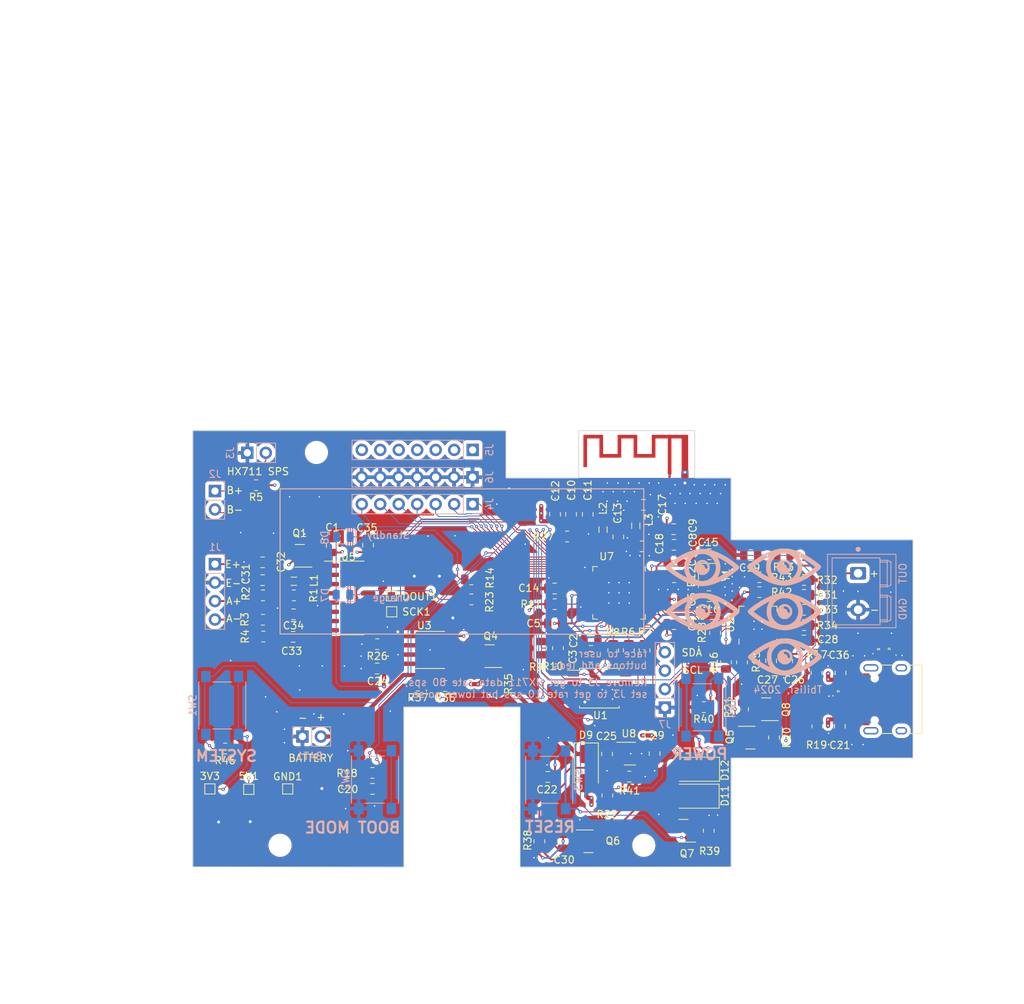
<source format=kicad_pcb>
(kicad_pcb (version 20221018) (generator pcbnew)
  (layers (0 "F.Cu" signal) (1 "In1.Cu" power "GND") (2 "In2.Cu" power "Power") (31 "B.Cu" signal) (34 "B.Paste" user) (35 "F.Paste" user) (36 "B.SilkS" user "B.Silkscreen") (37 "F.SilkS" user "F.Silkscreen") (38 "B.Mask" user) (39 "F.Mask" user) (44 "Edge.Cuts" user))
  (net 0 "")
  (net 1 "Net-(AE2-FEED)")
  (net 2 "/tp4056/V_BAT")
  (net 3 "/mcu_buttons_leds/VDD_SPI")
  (net 4 "Net-(C13-Pad1)")
  (net 5 "Net-(C15-Pad1)")
  (net 6 "Net-(U7-XTAL_N)")
  (net 7 "Net-(U7-LNA_IN{slash}RF)")
  (net 8 "/mcu_buttons_leds/CHIP_EN")
  (net 9 "GND")
  (net 10 "V_MIXED")
  (net 11 "Net-(U2-VBUS)")
  (net 12 "Net-(D11-A)")
  (net 13 "Net-(J1-Pin_1)")
  (net 14 "Net-(U5-INA+)")
  (net 15 "Net-(U5-INA-)")
  (net 16 "Net-(U5-VBG)")
  (net 17 "/usb_cp2102/USB_N")
  (net 18 "/usb_cp2102/USB_P")
  (net 19 "Net-(D7-K)")
  (net 20 "Net-(D8-K)")
  (net 21 "Net-(D11-K)")
  (net 22 "Net-(U7-GPIO17{slash}ADC2_CH6{slash}DAC_1)")
  (net 23 "/mcu_buttons_leds/GPIO33")
  (net 24 "/mcu_buttons_leds/GPIO34")
  (net 25 "/mcu_buttons_leds/GPIO35")
  (net 26 "Net-(J1-Pin_3)")
  (net 27 "Net-(J1-Pin_4)")
  (net 28 "Net-(J2-Pin_1)")
  (net 29 "Net-(J2-Pin_2)")
  (net 30 "Net-(J3-Pin_2)")
  (net 31 "Net-(Q1-C)")
  (net 32 "Net-(Q1-B)")
  (net 33 "Net-(Q5-B)")
  (net 34 "Net-(Q5-C)")
  (net 35 "/tp4056/POWER_EN")
  (net 36 "Net-(Q8-B)")
  (net 37 "Net-(Q8-C)")
  (net 38 "Net-(U5-VFB)")
  (net 39 "Net-(U1-DO(IO1))")
  (net 40 "Net-(U7-SPIQ{slash}GPIO31)")
  (net 41 "Net-(U1-DI(IO0))")
  (net 42 "Net-(U7-SPID{slash}GPIO32)")
  (net 43 "Net-(U1-CLK)")
  (net 44 "Net-(U7-SPICLK{slash}GPIO30)")
  (net 45 "Net-(U1-IO2)")
  (net 46 "Net-(U7-SPIWP{slash}GPIO28)")
  (net 47 "Net-(U1-IO3)")
  (net 48 "Net-(U7-SPIHD{slash}GPIO27)")
  (net 49 "Net-(U7-GPIO18{slash}ADC2_CH7{slash}DAC_2)")
  (net 50 "Net-(U7-XTAL_P)")
  (net 51 "Net-(U3-~{STDBY})")
  (net 52 "Net-(USBC1-CC2)")
  (net 53 "/mcu_buttons_leds/CIO0_BTN")
  (net 54 "Net-(USBC1-CC1)")
  (net 55 "Net-(U3-~{CHRG})")
  (net 56 "Net-(U3-PROG)")
  (net 57 "Net-(U7-GPIO0{slash}BOOT)")
  (net 58 "Net-(U7-U0TXD{slash}GPIO43)")
  (net 59 "Net-(U7-GPIO20{slash}ADC2_CH9{slash}USB_D+)")
  (net 60 "Net-(U7-GPIO19{slash}ADC2_CH8{slash}USB_D-)")
  (net 61 "Net-(U2-~{RST})")
  (net 62 "Net-(U2-~{SUSPEND})")
  (net 63 "/mcu_buttons_leds/GPIO36")
  (net 64 "/mcu_buttons_leds/GPIO14")
  (net 65 "/mcu_buttons_leds/DAC_OUT")
  (net 66 "Net-(U1-~{CS})")
  (net 84 "/mcu_buttons_leds/GPIO4")
  (net 85 "/mcu_buttons_leds/GPIO7")
  (net 86 "/mcu_buttons_leds/GPIO8")
  (net 87 "/mcu_buttons_leds/GPIO9")
  (net 88 "/mcu_buttons_leds/GPIO10")
  (net 89 "/mcu_buttons_leds/GPIO11")
  (net 90 "/mcu_buttons_leds/GPIO12")
  (net 91 "/mcu_buttons_leds/GPIO13")
  (net 94 "/mcu_buttons_leds/GPIO21")
  (net 96 "/mcu_buttons_leds/GPIO37")
  (net 97 "/mcu_buttons_leds/GPIO38")
  (net 108 "/5V_USB")
  (net 109 "/3V3")
  (net 110 "/CP2102_RX")
  (net 111 "/DOUT")
  (net 112 "/PD_SCK")
  (net 113 "/CP2102_TX")
  (net 114 "/GPIO_BUTTON_CHECK")
  (net 115 "/RTS")
  (net 116 "/GPIO_POWEROFF")
  (net 117 "/DTR")
  (net 118 "/V_BAT_MEASURE")
  (net 119 "Net-(C20-Pad2)")
  (net 120 "Net-(C22-Pad2)")
  (net 121 "Net-(R40-Pad1)")
  (footprint "Capacitor_SMD:C_0805_2012Metric" (layer "F.Cu") (at 204.3 93.5 90)
    (fp_text reference "C11")
    (fp_text value "100nF" hide)
  )
  (footprint "Resistor_SMD:R_0805_2012Metric" (layer "F.Cu") (at 231.2 99.05)
    (fp_text reference "R13")
    (fp_text value "10K" hide)
  )
  (footprint "Capacitor_SMD:C_0805_2012Metric" (layer "F.Cu") (at 204.7 113.1 180)
    (fp_text reference "C3")
    (fp_text value "1uF" hide)
  )
  (footprint "Resistor_SMD:R_0805_2012Metric" (layer "F.Cu") (at 154.45 125.7 180)
    (fp_text reference "R46")
    (fp_text value "10K")
  )
  (footprint "Resistor_SMD:R_0805_2012Metric" (layer "F.Cu") (at 209.94 112.2 90)
    (fp_text reference "R6")
    (fp_text value "0R" hide)
  )
  (footprint "TestPoint:TestPoint_Pad_1.0x1.0mm" (layer "F.Cu") (at 152.35 131.25)
    (fp_text reference "3V3")
    (fp_text value "TestPoint" hide)
  )
  (footprint "TestPoint:TestPoint_Pad_1.0x1.0mm" (layer "F.Cu") (at 177.35 106.9)
    (fp_text reference "SCK1")
    (fp_text value "TestPoint" hide)
  )
  (footprint "Resistor_SMD:R_0805_2012Metric" (layer "F.Cu") (at 175.35 111.35 180)
    (fp_text reference "R26")
    (fp_text value "1K5" hide)
  )
  (footprint "Resistor_SMD:R_0805_2012Metric" (layer "F.Cu") (at 207 132.15 90)
    (fp_text reference "R22")
    (fp_text value "0R" hide)
  )
  (footprint "Resistor_SMD:R_0805_2012Metric" (layer "F.Cu") (at 223.3 113.85 90)
    (fp_text reference "R16")
    (fp_text value "10K" hide)
  )
  (footprint "Resistor_SMD:R_0805_2012Metric" (layer "F.Cu") (at 174.7 129.05 180)
    (fp_text reference "R18")
    (fp_text value "0R" hide)
  )
  (footprint "Capacitor_SMD:C_0805_2012Metric" (layer "F.Cu") (at 199.8 93.5 90)
    (fp_text reference "C12")
    (fp_text value "10uF" hide)
  )
  (footprint "Package_DFN_QFN:QFN-28-1EP_5x5mm_P0.5mm_EP3.35x3.35mm" (layer "F.Cu") (at 227.7 108.75 90)
    (fp_text reference "U2")
    (fp_text value "CP2102")
  )
  (footprint "Diode_SMD:D_SMA" (layer "F.Cu") (at 218.9 128.55 180)
    (fp_text reference "D12")
    (fp_text value "SS54" hide)
  )
  (footprint "Package_TO_SOT_SMD:SOT-23" (layer "F.Cu") (at 226.6625 124.2)
    (fp_text reference "Q5")
    (fp_text value "MMBT3904" hide)
  )
  (footprint "Capacitor_SMD:C_0805_2012Metric" (layer "F.Cu") (at 216.15 108.6)
    (fp_text reference "C4")
    (fp_text value "100nF" hide)
  )
  (footprint "Resistor_SMD:R_0805_2012Metric" (layer "F.Cu") (at 234.03 102.53)
    (fp_text reference "R32")
    (fp_text value "10K" hide)
  )
  (footprint "Capacitor_SMD:C_0805_2012Metric" (layer "F.Cu") (at 216.15 105.15)
    (fp_text reference "C6")
    (fp_text value "100nF" hide)
  )
  (footprint "Resistor_SMD:R_0805_2012Metric" (layer "F.Cu") (at 158.7 89.5 180)
    (fp_text reference "R5")
    (fp_text value "20K" hide)
  )
  (footprint "Resistor_SMD:R_0805_2012Metric" (layer "F.Cu") (at 220.25 120 180)
    (fp_text reference "R40")
    (fp_text value "100R" hide)
  )
  (footprint "Capacitor_SMD:C_0805_2012Metric" (layer "F.Cu") (at 216.15 97.7)
    (fp_text reference "C8")
    (fp_text value "100nF" hide)
  )
  (footprint "Resistor_SMD:R_0805_2012Metric" (layer "F.Cu") (at 184.69375 117.1 180)
    (fp_text reference "R36")
    (fp_text value "10K" hide)
  )
  (footprint "Resistor_SMD:R_0805_2012Metric" (layer "F.Cu") (at 180.95625 117.05 180)
    (fp_text reference "R37")
    (fp_text value "30K" hide)
  )
  (footprint "Resistor_SMD:R_0805_2012Metric" (layer "F.Cu") (at 210 129.55)
    (fp_text reference "R41")
    (fp_text value "100K" hide)
  )
  (footprint "Capacitor_SMD:C_0805_2012Metric" (layer "F.Cu") (at 204.736 110.814 180)
    (fp_text reference "C2")
    (fp_text value "100nF" hide)
  )
  (footprint "PMEG2005AEL_315:DIODFN2_98X58X50L26X51N" (layer "F.Cu") (at 238.8 118.55)
    (fp_text reference "D4")
    (fp_text value "H5VL10B")
  )
  (footprint "TestPoint:TestPoint_Pad_1.0x1.0mm" (layer "F.Cu") (at 157.7 131.3)
    (fp_text reference "5V1")
    (fp_text value "TestPoint" hide)
  )
  (footprint "Resistor_SMD:R_0805_2012Metric" (layer "F.Cu") (at 225.6375 120.3 -90)
    (fp_text reference "R21")
    (fp_text value "0R" hide)
  )
  (footprint "Package_TO_SOT_SMD:SOT-23" (layer "F.Cu") (at 204.4 138.45)
    (fp_text reference "Q6")
    (fp_text value "AO3401A" hide)
  )
  (footprint "Resistor_SMD:R_0805_2012Metric" (layer "F.Cu") (at 200.2 111.9 90)
    (fp_text reference "R10")
    (fp_text value "0R" hide)
  )
  (footprint "Capacitor_SMD:C_0805_2012Metric" (layer "F.Cu") (at 174.7 131.25)
    (fp_text reference "C20")
    (fp_text value "100 nF" hide)
  )
  (footprint "TP4056:SOP127P600X175-9N" (layer "F.Cu") (at 182.625 112.145)
    (fp_text reference "U3")
    (fp_text value "TP4056")
  )
  (footprint "Resistor_SMD:R_0805_2012Metric" (layer "F.Cu") (at 188.3125 105.2)
    (fp_text reference "R23")
    (fp_text value "1K" hide)
  )
  (footprint "Inductor_SMD:L_0805_2012Metric" (layer "F.Cu") (at 206.4 95.6 90)
    (fp_text reference "L2")
    (fp_text value "2nH" hide)
  )
  (footprint "Package_TO_SOT_SMD:SOT-23" (layer "F.Cu") (at 164.7125 99.2 180)
    (fp_text reference "Q1")
    (fp_text value "SS8550" hide)
  )
  (footprint "Package_SO:SOIC-8_5.23x5.23mm_P1.27mm" (layer "F.Cu") (at 205.9 117.4)
    (fp_text reference "U1")
    (fp_text value "W25Q128JVS" hide)
  )
  (footprint "Inductor_SMD:L_0805_2012Metric" (layer "F.Cu") (at 210.9 95.0625 -90)
    (fp_text reference "L3")
    (fp_text value "2.4nH" hide)
  )
  (footprint "Inductor_SMD:L_0805_2012Metric" (layer "F.Cu") (at 163.9 102.7)
    (fp_text reference "L1")
    (fp_text value "3.3uH" hide)
  )
  (footprint "Resistor_SMD:R_0805_2012Metric" (layer "F.Cu") (at 159.7 110.3 180)
    (fp_text reference "R4")
    (fp_text value "100R" hide)
  )
  (footprint "Resistor_SMD:R_0805_2012Metric" (layer "F.Cu") (at 207.8 112.2 90)
    (fp_text reference "R8")
    (fp_text value "0R" hide)
  )
  (footprint "PMEG2005AEL_315:DIODFN2_98X58X50L26X51N" (layer "F.Cu") (at 245.875 112.75 180)
    (fp_text reference "D1")
    (fp_text value "H5VL10B" hide)
  )
  (footprint "Resistor_SMD:R_0805_2012Metric" (layer "F.Cu") (at 234.0175 106.63)
    (fp_text reference "R33")
    (fp_text value "24K" hide)
  )
  (footprint "RF_Antenna:Texas_SWRA117D_2.4GHz_Left" (layer "F.Cu") (at 215.55 87.725)
    (fp_text reference "AE2" hide)
    (fp_text value "Antenna_Chip" hide)
  )
  (footprint "Resistor_SMD:R_0805_2012Metric" (layer "F.Cu") (at 235.85 122.65 -90)
    (fp_text reference "R19")
    (fp_text value "5K1" hide)
  )
  (footprint "Resistor_SMD:R_0805_2012Metric" (layer "F.Cu") (at 197.9 111.9 90)
    (fp_text reference "R9")
    (fp_text value "0R" hide)
  )
  (footprint "Capacitor_SMD:C_0805_2012Metric" (layer "F.Cu") (at 239.05 115.3 90)
    (fp_text reference "C36")
    (fp_text value "5uF" hide)
  )
  (footprint "Package_TO_SOT_SMD:SOT-23" (layer "F.Cu") (at 217.45 137 180)
    (fp_text reference "Q7")
    (fp_text value "AO3400A" hide)
  )
  (footprint "Capacitor_SMD:C_0805_2012Metric" (layer "F.Cu") (at 174.1 97.75 90)
    (fp_text reference "C35")
    (fp_text value "10uF" hide)
  )
  (footprint "Resistor_SMD:R_0805_2012Metric" (layer "F.Cu") (at 216.15 102.15 180)
    (fp_text reference "R12")
    (fp_text value "0R" hide)
  )
  (footprint "Resistor_SMD:R_0805_2012Metric" (layer "F.Cu") (at 191.75 116.8 -90)
    (fp_text reference "R35")
    (fp_text value "100K" hide)
  )
  (footprint "Capacitor_SMD:C_0805_2012Metric" (layer "F.Cu") (at 211.95 92.2)
    (fp_text reference "C17")
    (fp_text value "1.2pF" hide)
  )
  (footprint "Capacitor_SMD:C_0805_2012Metric" (layer "F.Cu") (at 175.345 114.7 180)
    (fp_text reference "C24")
    (fp_text value "10uF" hide)
  )
  (footprint "Capacitor_SMD:C_0805_2012Metric" (layer "F.Cu") (at 163.8 110.35 180)
    (fp_text reference "C33")
    (fp_text value "100nF" hide)
  )
  (footprint "Package_TO_SOT_SMD:SOT-23" (layer "F.Cu") (at 190.8 113 180)
    (fp_text reference "Q4")
    (fp_text value "AO3401A" hide)
  )
  (footprint "Capacitor_SMD:C_0805_2012Metric" (layer "F.Cu") (at 220.95 104.75 180)
    (fp_text reference "C16")
    (fp_text value "10pF" hide)
  )
  (footprint "Package_DFN_QFN:QFN-56-1EP_7x7mm_P0.4mm_EP5.6x5.6mm" (layer "F.Cu") (at 208.6 104.3 -90)
    (fp_text reference "U7")
    (fp_text value "ESP32-S2")
  )
  (footprint "Capacitor_SMD:C_0805_2012Metric" (layer "F.Cu") (at 238.95 122.65 -90)
    (fp_text reference "C21")
    (fp_text value "5uF" hide)
  )
  (footprint "Capacitor_SMD:C_0805_2012Metric" (layer "F.Cu") (at 163.85 107.25 180)
    (fp_text reference "C34")
    (fp_text value "100nF" hide)
  )
  (footprint "Resistor_SMD:R_0805_2012Metric" (layer "F.Cu") (at 220.9375 137 90)
    (fp_text reference "R39")
    (fp_text value "1M" hide)
  )
  (footprint "Resistor_SMD:R_0805_2012Metric" (layer "F.Cu") (at 234.03 108.73 180)
    (fp_text reference "R34")
    (fp_text value "47K" hide)
  )
  (footprint "Capacitor_SMD:C_0805_2012Metric" (layer "F.Cu") (at 199.75 103.7 180)
    (fp_text reference "C14")
    (fp_text value "100nF" hide)
  )
  (footprint "Capacitor_SMD:C_0805_2012Metric" (layer "F.Cu") (at 159.6 100.1 180)
    (fp_text reference "C32")
    (fp_text value "10uF" hide)
  )
  (footprint "Resistor_SMD:R_0805_2012Metric" (layer "F.Cu") (at 163.9 104.65 180)
    (fp_text reference "R1")
    (fp_text value "20K" hide)
  )
  (footprint "Crystal:Crystal_SMD_2520-4Pin_2.5x2.0mm" (layer "F.Cu") (at 220.9 101.9 -90)
    (fp_text reference "Y1")
    (fp_text value "Crystal_GND24" hide)
  )
  (footprint "Diode_SMD:D_SMA" (layer "F.Cu") (at 218.85 132.25 180)
    (fp_text reference "D11")
    (fp_text value "SS54" hide)
  )
  (footprint "Diode_SMD:D_SMA" (layer "F.Cu") (at 204.1 128.45 -90)
    (fp_text reference "D9")
    (fp_text value "SS54" hide)
  )
  (footprint "Resistor_SMD:R_0805_2012Metric" (layer "F.Cu") (at 159.65 108 180)
    (fp_text reference "R3")
    (fp_text value "100R" hide)
  )
  (footprint "Capacitor_SMD:C_0805_2012Metric" (layer "F.Cu") (at 229.5 113.65 -90)
    (fp_text reference "C27")
    (fp_text value "4.7uF" hide)
  )
  (footprint "Capacitor_SMD:C_0805_2012Metric" (layer "F.Cu") (at 159.6 102.55 180)
    (fp_text reference "C31")
    (fp_text value "100nF" hide)
  )
  (footprint "Resistor_SMD:R_0805_2012Metric" (layer "F.Cu") (at 234.03 104.58 180)
    (fp_text reference "R31")
    (fp_text value "4K7" hide)
  )
  (footprint "Capacitor_SMD:C_0805_2012Metric" (layer "F.Cu") (at 199.75 108.5 180)
    (fp_text reference "C5")
    (fp_text value "100nF" hide)
  )
  (footprint "Resistor_SMD:R_0805_2012Metric" (layer "F.Cu") (at 229.9 124.2 -90)
    (fp_text reference "R20")
    (fp_text value "0R" hide)
  )
  (footprint "Capacitor_SMD:C_0805_2012Metric" (layer "F.Cu") (at 208.5 96.6 90)
    (fp_text reference "C13")
    (fp_text value "100nF" hide)
  )
  (footprint "Capacitor_SMD:C_0805_2012Metric" (layer "F.Cu") (at 202 93.5 90)
    (fp_text reference "C10")
    (fp_text value "1uF" hide)
  )
  (footprint "Resistor_SMD:R_0805_2012Metric" (layer "F.Cu") (at 221.8 109.8 90)
    (fp_text reference "R28")
    (fp_text value "499R" hide)
  )
  (footprint "Capacitor_SMD:C_0805_2012Metric" (layer "F.Cu") (at 213.4875 126.4 -90)
    (fp_text reference "C29")
    (fp_text value "2uF" hide)
  )
  (footprint "Resistor_SMD:R_0805_2012Metric" (layer "F.Cu") (at 227.9 104.2)
    (fp_text reference "R42")
    (fp_text value "30K" hide)
  )
  (footprint "Capacitor_SMD:C_0805_2012Metric" (layer "F.Cu") (at 216.1 95.55)
    (fp_text reference "C9")
    (fp_text value "1uF" hide)
  )
  (footprint "Resistor_SMD:R_0805_2012Metric" (layer "F.Cu") (at 235.75 115.3 90)
    (fp_text reference "R17")
    (fp_text value "5K1" hide)
  )
  (footprint "Capacitor_SMD:C_0805_2012Metric" (layer "F.Cu") (at 200.9 138.45 90)
    (fp_text reference "C30")
    (fp_text value "100nF" hide)
  )
  (footprint "MountingHole:MountingHole_2.7mm_M2.5_ISO7380" (layer "F.Cu") (at 162 139)
    (fp_text reference "H3" hide)
    (fp_text value "MountingHole" hide)
  )
  (footprint "PMEG2005AEL_315:DIODFN2_98X58X50L26X51N" (layer "F.Cu") (at 244.3 112.75)
    (fp_text reference "D3")
    (fp_text value "H5VL10B" hide)
  )
  (footprint "Capacitor_SMD:C_0805_2012Metric" (layer "F.Cu") (at 206.95 126.45 -90)
    (fp_text reference "C25")
    (fp_text value "2uF" hide)
  )
  (footprint "Capacitor_SMD:C_0805_2012Metric" (layer "F.Cu") (at 169.1 97.8 90)
    (fp_text reference "C1")
    (fp_text value "100nF" hide)
  )
  (footprint "MountingHole:MountingHole_2.7mm_M2.5_ISO7380" (layer "F.Cu") (at 212 139)
    (fp_text reference "H2" hide)
    (fp_text value "MountingHole" hide)
  )
  (footprint "Package_TO_SOT_SMD:SOT-23" (layer "F.Cu") (at 228.825 120.3 180)
    (fp_text reference "Q8")
    (fp_text value "MMBT3904" hide)
  )
  (footprint "Resistor_SMD:R_0805_2012Metric" (layer "F.Cu") (at 197.65 138.45 -90)
    (fp_text reference "R38")
    (fp_text value "100K" hide)
  )
  (footprint "Resistor_SMD:R_0805_2012Metric" (layer "F.Cu") (at 225.5 113.85 90)
    (fp_text reference "R15")
    (fp_text value "10K" hide)
  )
  (footprint "Capacitor_SMD:C_0805_2012Metric" (layer "F.Cu") (at 216.15 100)
    (fp_text reference "C7")
    (fp_text value "100nF" hide)
  )
  (footprint "Capacitor_SMD:C_0805_2012Metric" (layer "F.Cu") (at 221 99)
    (fp_text reference "C15")
    (fp_text value "10pF" hide)
  )
  (footprint "Resistor_SMD:R_0805_2012Metric" (layer "F.Cu") (at 212.1 112.2 90)
    (fp_text reference "R7")
    (fp_text value "0R" hide)
  )
  (footprint "MountingHole:MountingHole_2.7mm_M2.5_ISO7380" (layer "F.Cu") (at 167 85)
    (fp_text reference "H1" hide)
    (fp_text value "MountingHole" hide)
  )
  (footprint "TestPoint:TestPoint_Pad_1.0x1.0mm" (layer "F.Cu") (at 177.3 104.7)
    (fp_text reference "DOUT1")
    (fp_text value "TestPoint" hide)
  )
  (footprint "Resistor_SMD:R_0805_2012Metric" (layer "F.Cu") (at 188.3 102.45)
    (fp_text reference "R14")
    (fp_text value "1K" hide)
  )
  (footprint "Resistor_SMD:R_0805_2012Metric" (layer "F.Cu") (at 199.75 105.85 180)
    (fp_text reference "R11")
    (fp_text value "10K" hide)
  )
  (footprint "Capacitor_SMD:C_0805_2012Metric" (layer "F.Cu") (at 234 110.85)
    (fp_text reference "C28")
    (fp_text value "10uF" hide)
  )
  (footprint "Connector_USB:USB_C_Receptacle_HRO_TYPE-C-31-M-12" (layer "F.Cu") (at 246.35 118.93 90)
    (fp_text reference "USBC1" hide)
    (fp_text value "USB_C_Receptacle_USB2.0")
  )
  (footprint "Capacitor_SMD:C_0805_2012Metric" (layer "F.Cu") (at 226.7 99.1 180)
    (fp_text reference "C19")
    (fp_text value "1uF" hide)
  )
  (footprint "Capacitor_SMD:C_0805_2012Metric" (layer "F.Cu") (at 211.75 97.9)
    (fp_text reference "C18")
    (fp_text value "1.8pF" hide)
  )
  (footprint "Package_TO_SOT_SMD:SOT-23-5" (layer "F.Cu") (at 210.0875 126.4)
    (fp_text reference "U8")
    (fp_text value "TLV75733PDBV" hide)
  )
  (footprint "Package_SO:SOP-16_3.9x9.9mm_P1.27mm" (layer "F.Cu") (at 171.6 105)
    (fp_text reference "U5")
    (fp_text value "HX711")
  )
  (footprint "TestPoint:TestPoint_Pad_1.0x1.0mm" (layer "F.Cu") (at 163.05 131.25)
    (fp_text reference "GND1")
    (fp_text value "TestPoint" hide)
  )
  (footprint "Capacitor_SMD:C_0805_2012Metric" (layer "F.Cu") (at 231.7 113.65 -90)
    (fp_text reference "C26")
    (fp_text value "100nF" hide)
  )
  (footprint "Resistor_SMD:R_0805_2012Metric" (layer "F.Cu") (at 227.8875 102.15)
    (fp_text reference "R43")
    (fp_text value "10K" hide)
  )
  (footprint "Resistor_SMD:R_0805_2012Metric" (layer "F.Cu") (at 201.45 96.55)
    (fp_text reference "R27")
    (fp_text value "22R" hide)
  )
  (footprint "Resistor_SMD:R_0805_2012Metric" (layer "F.Cu") (at 159.65 104.65 180)
    (fp_text reference "R2")
    (fp_text value "8.2K" hide)
  )
  (footprint "Capacitor_SMD:C_0805_2012Metric" (layer "F.Cu") (at 198.8 129.6)
    (fp_text reference "C22")
    (fp_text value "100 nF" hide)
  )
  (footprint "Connector_PinHeader_2.54mm:PinHeader_1x07_P2.54mm_Vertical" (layer "B.Cu") (at 188.47 92.1 90)
    (fp_text reference "J4")
    (fp_text value "Conn_01x07_Pin" hide)
  )
  (footprint "Connector_PinHeader_2.54mm:PinHeader_1x07_P2.54mm_Vertical" (layer "B.Cu") (at 188.475 84.65 90)
    (fp_text reference "J5")
    (fp_text value "Conn_01x07_Pin" hide)
  )
  (footprint "Button_Switch_SMD:SW_Push_1P1T_NO_6x6mm_H9.5mm" (layer "B.Cu") (at 220.05 120.025 90)
    (fp_text reference "SW4")
    (fp_text value "SW_DPST")
  )
  (footprint "screws:screw-2-pin" (layer "B.Cu") (at 246.545 104.151422 -90)
    (fp_text reference "OUTPUT1" hide)
    (fp_text value "Screw_Terminal_01x02")
  )
  (footprint "LOGO" (layer "B.Cu") (at 225.45 107.1 180)
    (fp_text reference "G***" hide)
    (fp_text value "LOGO" hide)
  )
  (footprint "Connector_PinHeader_2.54mm:PinHeader_1x02_P2.54mm_Vertical" (layer "B.Cu") (at 153.05 90.3 180)
    (fp_text reference "J2")
    (fp_text value "Conn_01x02_Male" hide)
  )
  (footprint "Button_Switch_SMD:SW_Push_1P1T_NO_6x6mm_H9.5mm" (layer "B.Cu") (at 154.05 119.775 -90)
    (fp_text reference "SW1")
    (fp_text value "SW_DPST")
  )
  (footprint "LED_SMD:LED_0805_2012Metric" (layer "B.Cu") (at 170.65 104.55 180)
    (fp_text reference "D7")
    (fp_text value "RED LED" hide)
  )
  (footprint "Connector_PinHeader_2.54mm:PinHeader_1x02_P2.54mm_Vertical" (layer "B.Cu") (at 157.5 85.05 -90)
    (fp_text reference "J3")
    (fp_text value "Conn_01x02_Male" hide)
  )
  (footprint "Connector_PinHeader_2.54mm:PinHeader_1x04_P2.54mm_Vertical" (layer "B.Cu") (at 153.05 100.35 180)
    (fp_text reference "J1")
    (fp_text value "Conn_01x04_Male" hide)
  )
  (footprint "Connector_PinHeader_2.54mm:PinHeader_1x07_P2.54mm_Vertical" (layer "B.Cu") (at 188.46 88.4 90)
    (fp_text reference "J6")
    (fp_text value "Conn_01x07_Pin" hide)
  )
  (footprint "Button_Switch_SMD:SW_Push_1P1T_NO_6x6mm_H9.5mm" (layer "B.Cu") (at 199 130 90)
    (fp_text reference "SW3")
    (fp_text value "SW_DPST" hide)
  )
  (footprint "Connector_PinHeader_2.54mm:PinHeader_1x02_P2.54mm_Vertical" (layer "B.Cu") (at 165.075 124.05 -90)
    (fp_text reference "BAT1")
    (fp_text value "Conn_01x02_Pin" hide)
  )
  (footprint "Button_Switch_SMD:SW_Push_1P1T_NO_6x6mm_H9.5mm" (layer "B.Cu") (at 175.05 129.975 -90)
    (fp_text reference "SW2")
    (fp_text value "SW_DPST")
  )
  (footprint "Connector_PinHeader_2.54mm:PinHeader_1x04_P2.54mm_Vertical" (layer "B.Cu") (at 214.9 120.07)
    (fp_text reference "J7")
    (fp_text value "Conn_01x04_Pin")
  )
  (footprint "LED_SMD:LED_0805_2012Metric" (layer "B.Cu") (at 170.7 96.6 180)
    (fp_text reference "D8")
    (fp_text value "GREEN LED" hide)
  )
  (gr_line (start 162 109.95) (end 162 90) (stroke (width 0.15)) (layer "B.SilkS"))
  (gr_line (start 162 90) (end 212 90) (stroke (width 0.15)) (layer "B.SilkS"))
  (gr_line (start 212 90) (end 212 110) (stroke (width 0.15)) (layer "B.SilkS"))
  (gr_line (start 212 110) (end 162 109.95) (stroke (width 0.15)) (layer "B.SilkS"))
  (gr_poly locked (pts (xy 193.05 82) (xy 150 82) (xy 150 141.95) (xy 179 142) (xy 179 120) (xy 195 120) (xy 195 142) (xy 224 141.95) (xy 224 127) (xy 249 127) (xy 249 97) (xy 224 97) (xy 224 88.5) (xy 219 88.5) (xy 219 82) (xy 203.05 82) (xy 203.05 88.5) (xy 193.05 88.5)) (stroke (width 0.1)) (fill none) (layer "Edge.Cuts"))
  (gr_text "RESET" (at 202.7 137.35) (layer "B.SilkS") (effects (font (size 1.5 1.5) (thickness 0.3) bold) (justify left bottom mirror)))
  (gr_text "OUT" (at 248.2 100.1 90) (layer "B.SilkS") (effects (font (size 1 1)) (justify left bottom mirror)))
  (gr_text "face to user\nbuttons and leds" (at 212.55 114.85) (layer "B.SilkS") (effects (font (size 1 1)) (justify left bottom mirror)))
  (gr_text "BOOT MODE" (at 178.7 137.45) (layer "B.SilkS") (effects (font (size 1.5 1.5) (thickness 0.3) bold) (justify left bottom mirror)))
  (gr_text "SYSTEM" (at 159 127.6) (layer "B.SilkS") (effects (font (size 1.5 1.5) (thickness 0.3) bold) (justify left bottom mirror)))
  (gr_text "Standby" (at 179.95 96.95) (layer "B.SilkS") (effects (font (size 1 1)) (justify left bottom mirror)))
  (gr_text "Charge" (at 180 105.55) (layer "B.SilkS") (effects (font (size 1 1)) (justify left bottom mirror)))
  (gr_text "GND" (at 248.2 104.9 90) (layer "B.SilkS") (effects (font (size 1 1)) (justify left bottom mirror)))
  (gr_text "POWER" (at 223.7 127.35) (layer "B.SilkS") (effects (font (size 1.5 1.5) (thickness 0.3) bold) (justify left bottom mirror)))
  (gr_text "Remove J3 to get HX711 data rate 80 sps,\nset J3 to get rate 10 sps but lower noise" (at 212.6 118.8) (layer "B.SilkS") (effects (font (size 1 1)) (justify left bottom mirror)))
  (gr_text "Tbilisi, 2024" (at 236.65 118.2) (layer "B.SilkS") (effects (font (size 1 1)) (justify left bottom mirror)))
  (gr_text "SCL" (at 217.25 115.5) (layer "F.SilkS") (effects (font (size 1 1)) (justify left bottom)))
  (gr_text "BATTERY" (at 163.05 127.6) (layer "F.SilkS") (effects (font (size 1 1)) (justify left bottom)))
  (gr_text "B-" (at 154.561904 93.45) (layer "F.SilkS") (effects (font (size 1 1)) (justify left bottom)))
  (gr_text "-" (at 243 107.2) (layer "F.SilkS") (effects (font (size 1 1)) (justify left bottom)))
  (gr_text "HX711 SPS" (at 154.6 88.2) (layer "F.SilkS") (effects (font (size 1 1)) (justify left bottom)))
  (gr_text "E-" (at 154.4 103.55) (layer "F.SilkS") (effects (font (size 1 1)) (justify left bottom)))
  (gr_text "+" (at 166.9 121.95) (layer "F.SilkS") (effects (font (size 1 1)) (justify left bottom)))
  (gr_text "B+" (at 154.561904 90.8) (layer "F.SilkS") (effects (font (size 1 1)) (justify left bottom)))
  (gr_text "E+" (at 154.35 100.95) (layer "F.SilkS") (effects (font (size 1 1)) (justify left bottom)))
  (gr_text "A-" (at 154.5 108.4) (layer "F.SilkS") (effects (font (size 1 1)) (justify left bottom)))
  (gr_text "A+" (at 154.5 106) (layer "F.SilkS") (effects (font (size 1 1)) (justify left bottom)))
  (gr_text "SDA" (at 217.1 113.1) (layer "F.SilkS") (effects (font (size 1 1)) (justify left bottom)))
  (gr_text "-" (at 164.4 122.05) (layer "F.SilkS") (effects (font (size 1 1)) (justify left bottom)))
  (gr_text "+" (at 242.95 102.2) (layer "F.SilkS") (effects (font (size 1 1)) (justify left bottom)))
  (segment (start 212.707106 90.1) (end 213.934315 90.1) (width 0.31) (layer "F.Cu") (net 1))
  (segment (start 215.547885 88.27608) (end 215.547885 87.727115) (width 0.31) (layer "F.Cu") (net 1))
  (segment (start 215.547885 87.727115) (end 215.55 87.725) (width 0.31) (layer "F.Cu") (net 1))
  (segment (start 210.9 94) (end 210.9 92.3) (width 0.31) (layer "F.Cu") (net 1))
  (segment (start 211 92.2) (end 211 91.807106) (width 0.31) (layer "F.Cu") (net 1))
  (segment (start 210.9 92.3) (end 211 92.2) (width 0.31) (layer "F.Cu") (net 1))
  (segment (start 210.8 92.2) (end 210.969782 92.030218) (width 0.31) (layer "F.Cu") (net 1))
  (arc (start 213.934315 90.1) (mid 214.45694 89.996044) (end 214.9 89.7) (width 0.31) (layer "F.Cu") (net 1))
  (arc (start 214.9 89.7) (mid 215.352182 89.046657) (end 215.547885 88.27608) (width 0.31) (layer "F.Cu") (net 1))
  (arc (start 211 91.807106) (mid 211.129946 91.153825) (end 211.5 90.6) (width 0.31) (layer "F.Cu") (net 1))
  (arc (start 211.5 90.6) (mid 212.053825 90.229946) (end 212.707106 90.1) (width 0.31) (layer "F.Cu") (net 1))
  (segment (start 185.1 114.05) (end 185.1 115.195) (width 0.58) (layer "F.Cu") (net 2))
  (segment (start 178.953087 115.595) (end 170.498087 124.05) (width 0.58) (layer "F.Cu") (net 2))
  (segment (start 189.8625 113) (end 188.765 113) (width 0.58) (layer "F.Cu") (net 2))
  (segment (start 187.715 114.05) (end 185.1 114.05) (width 0.58) (layer "F.Cu") (net 2))
  (segment (start 184.7 115.595) (end 178.953087 115.595) (width 0.58) (layer "F.Cu") (net 2))
  (segment (start 185.1 115.195) (end 184.7 115.595) (width 0.58) (layer "F.Cu") (net 2))
  (segment (start 188.765 113) (end 187.715 114.05) (width 0.58) (layer "F.Cu") (net 2))
  (segment (start 185.60625 117.1) (end 185.60625 116.05) (width 0.254) (layer "F.Cu") (net 2))
  (segment (start 170.498087 124.05) (end 167.615 124.05) (width 0.58) (layer "F.Cu") (net 2))
  (segment (start 185.62 116.045) (end 185.1 115.525) (width 0.254) (layer "F.Cu") (net 2))
  (segment (start 206.4 108.218328) (end 206.4 107.7375) (width 0.125) (layer "F.Cu") (net 3))
  (segment (start 205.686 109.886) (end 205.686 110.814) (width 0.254) (layer "F.Cu") (net 3))
  (segment (start 206.4 115.5) (end 206.405 115.495) (width 0.254) (layer "F.Cu") (net 3))
  (segment (start 205.5 108.9) (end 205.5 109.7) (width 0.254) (layer "F.Cu") (net 3))
  (segment (start 205.5 108.9) (end 205.9625 108.4375) (width 0.125) (layer "F.Cu") (net 3))
  (segment (start 205.5 109.7) (end 205.686 109.886) (width 0.254) (layer "F.Cu") (net 3))
  (segment (start 205.65 113.1) (end 205.65 114.75) (width 0.254) (layer "F.Cu") (net 3))
  (segment (start 206.405 115.495) (end 209.5 115.495) (width 0.254) (layer "F.Cu") (net 3))
  (segment (start 206.180828 108.4375) (end 206.4 108.218328) (width 0.125) (layer "F.Cu") (net 3))
  (segment (start 205.65 113.1) (end 205.65 110.85) (width 0.254) (layer "F.Cu") (net 3))
  (segment (start 205.65 110.85) (end 205.686 110.814) (width 0.254) (layer "F.Cu") (net 3))
  (segment (start 205.65 114.75) (end 206.4 115.5) (width 0.254) (layer "F.Cu") (net 3))
  (segment (start 205.9625 108.4375) (end 206.180828 108.4375) (width 0.125) (layer "F.Cu") (net 3))
  (segment (start 208.8 98.8) (end 209.751875 99.751875) (width 0.31) (layer "F.Cu") (net 4))
  (segment (start 210 100) (end 210 100.8625) (width 0.125) (layer "F.Cu") (net 4))
  (segment (start 210.3825 99.6825) (end 210.3825 100.845) (width 0.125) (layer "F.Cu") (net 4))
  (segment (start 207.6125 96.6625) (end 206.4 96.6625) (width 0.58) (layer "F.Cu") (net 4))
  (segment (start 210 100) (end 209.751875 99.751875) (width 0.125) (layer "F.Cu") (net 4))
  (segment (start 209.751875 99.751875) (end 210.330626 99.751875) (width 0.31) (layer "F.Cu") (net 4))
  (segment (start 208.5 98.5) (end 208.5 97.55) (width 0.31) (layer "F.Cu") (net 4))
  (segment (start 208.5 97.55) (end 207.6125 96.6625) (width 0.58) (layer "F.Cu") (net 4))
  (segment (start 208.8 98.8) (end 208.5 98.5) (width 0.31) (layer "F.Cu") (net 4))
  (segment (start 210.3825 100.845) (end 210.4 100.8625) (width 0.125) (layer "F.Cu") (net 4))
  (segment (start 217.9 102.15) (end 217.0625 102.15) (width 0.125) (layer "F.Cu") (net 5))
  (segment (start 220.05 100.875) (end 220.2 101.025) (width 0.125) (layer "F.Cu") (net 5))
  (segment (start 219.025 101.025) (end 217.9 102.15) (width 0.125) (layer "F.Cu") (net 5))
  (segment (start 220.05 99) (end 220.05 100.875) (width 0.125) (layer "F.Cu") (net 5))
  (segment (start 220.2 101.025) (end 219.025 101.025) (width 0.125) (layer "F.Cu") (net 5))
  (segment (start 213.209619 103.35) (end 218.05 103.35) (width 0.125) (layer "F.Cu") (net 6))
  (segment (start 218.05 103.35) (end 219.5 101.9) (width 0.125) (layer "F.Cu") (net 6))
  (segment (start 221.6 103.75) (end 221.6 102.775) (width 0.125) (layer "F.Cu") (net 6))
  (segment (start 219.5 101.9) (end 220.8 101.9) (width 0.125) (layer "F.Cu") (net 6))
  (segment (start 212.0375 103.3) (end 213.159619 103.3) (width 0.125) (layer "F.Cu") (net 6))
  (segment (start 221.9 104.75) (end 221.9 104.05) (width 0.125) (layer "F.Cu") (net 6))
  (segment (start 220.8 101.9) (end 221.6 102.7) (width 0.125) (layer "F.Cu") (net 6))
  (segment (start 221.6 102.7) (end 221.6 102.775) (width 0.125) (layer "F.Cu") (net 6))
  (segment (start 221.9 104.05) (end 221.6 103.75) (width 0.125) (layer "F.Cu") (net 6))
  (segment (start 213.159619 103.3) (end 213.209619 103.35) (width 0.125) (layer "F.Cu") (net 6))
  (segment (start 210.8 97.9) (end 210.8 99.5) (width 0.31) (layer "F.Cu") (net 7))
  (segment (start 210.8 100.8625) (end 210.8 99.5) (width 0.125) (layer "F.Cu") (net 7))
  (segment (start 210.8 97.9) (end 210.8 96.225) (width 0.31) (layer "F.Cu") (net 7))
  (segment (start 210.8 96.225) (end 210.9 96.125) (width 0.31) (layer "F.Cu") (net 7))
  (segment (start 229.05 99.05) (end 228.95 99.15) (width 0.125) (layer "F.Cu") (net 8))
  (segment (start 228.95 99.15) (end 228.9 99.1) (width 0.125) (layer "F.Cu") (net 8))
  (segment (start 229.9 125.1125) (end 228.6875 125.1125) (width 0.125) (layer "F.Cu") (net 8))
  (segment (start 231.55 124.6) (end 231.0375 125.1125) (width 0.125) (layer "F.Cu") (net 8))
  (segment (start 213.05 101.3) (end 213.05 100.65) (width 0.125) (layer "F.Cu") (net 8))
  (segment (start 223.25 126.25) (end 222.6 125.6) (width 0.125) (layer "F.Cu") (net 8))
  (segment (start 222.6 125.6) (end 220.85 125.6) (width 0.125) (layer "F.Cu") (net 8))
  (segment (start 227.55 126.25) (end 223.25 126.25) (width 0.125) (layer "F.Cu") (net 8))
  (segment (start 212.65 101.7) (end 213.05 101.3) (width 0.125) (layer "F.Cu") (net 8))
  (segment (start 230.2875 99.05) (end 229.05 99.05) (width 0.125) (layer "F.Cu") (net 8))
  (segment (start 213.05 100.65) (end 213.1 100.6) (width 0.125) (layer "F.Cu") (net 8))
  (segment (start 228.9 99.1) (end 227.65 99.1) (width 0.125) (layer "F.Cu") (net 8))
  (segment (start 212.0375 101.7) (end 212.65 101.7) (width 0.125) (layer "F.Cu") (net 8))
  (segment (start 208.323 131.2375) (end 208.5355 131.025) (width 0.125) (layer "F.Cu") (net 8))
  (segment (start 228.6875 125.1125) (end 227.55 126.25) (width 0.125) (layer "F.Cu") (net 8))
  (segment (start 207.2 131.2375) (end 208.323 131.2375) (width 0.125) (layer "F.Cu") (net 8))
  (segment (start 231.0375 125.1125) (end 229.9 125.1125) (width 0.125) (layer "F.Cu") (net 8))
  (via (at 208.5355 131.025) (size 0.45) (drill 0.2) (layers "F.Cu" "B.Cu") (net 8))
  (via (at 231.55 124.6) (size 0.45) (drill 0.2) (layers "F.Cu" "B.Cu") (net 8))
  (via (at 220.85 125.6) (size 0.45) (drill 0.2) (layers "F.Cu" "B.Cu") (net 8))
  (via (at 213.1 100.6) (size 0.45) (drill 0.2) (layers "F.Cu" "B.Cu") (net 8))
  (via (at 228.95 99.15) (size 0.45) (drill 0.2) (layers "F.Cu" "B.Cu") (net 8))
  (segment (start 214.55 128.06057) (end 214.55 129.7) (width 0.125) (layer "B.Cu") (net 8))
  (segment (start 235.5875 111.5125) (end 235.5875 102.1875) (width 0.125) (layer "B.Cu") (net 8))
  (segment (start 208.6105 131.1) (end 208.5355 131.025) (width 0.125) (layer "B.Cu") (net 8))
  (segment (start 213.15 131.1) (end 208.6105 131.1) (width 0.125) (layer "B.Cu") (net 8))
  (segment (start 219.1 98.6) (end 219.1 97.7) (width 0.125) (layer "B.Cu") (net 8))
  (segment (start 234.25 115.8) (end 234.25 112.85) (width 0.125) (layer "B.Cu") (net 8))
  (segment (start 217.1 100.6) (end 219.1 98.6) (width 0.125) (layer "B.Cu") (net 8))
  (segment (start 220.85 125.6) (end 217.01057 125.6) (width 0.125) (layer "B.Cu") (net 8))
  (segment (start 231.55 124.6) (end 231.55 118.5) (width 0.125) (layer "B.Cu") (net 8))
  (segment (start 235.5875 102.1875) (end 232.55 99.15) (width 0.125) (layer "B.Cu") (net 8))
  (segment (start 224.75 99.15) (end 228.95 99.15) (width 0.125) (layer "B.Cu") (net 8))
  (segment (start 222.4 96.8) (end 224.75 99.15) (width 0.125) (layer "B.Cu") (net 8))
  (segment (start 231.55 118.5) (end 234.25 115.8) (width 0.125) (layer "B.Cu") (net 8))
  (segment (start 234.25 112.85) (end 235.5875 111.5125) (width 0.125) (layer "B.Cu") (net 8))
  (segment (start 220 96.8) (end 222.4 96.8) (width 0.125) (layer "B.Cu") (net 8))
  (segment (start 232.55 99.15) (end 228.95 99.15) (width 0.125) (layer "B.Cu") (net 8))
  (segment (start 219.1 97.7) (end 220 96.8) (width 0.125) (layer "B.Cu") (net 8))
  (segment (start 217.01057 125.6) (end 214.55 128.06057) (width 0.125) (layer "B.Cu") (net 8))
  (segment (start 213.1 100.6) (end 217.1 100.6) (width 0.125) (layer "B.Cu") (net 8))
  (segment (start 214.55 129.7) (end 213.15 131.1) (width 0.125) (layer "B.Cu") (net 8))
  (segment (start 242.55 112.75) (end 242.35 112.95) (width 0.125) (layer "F.Cu") (net 9))
  (segment (start 208.95 126.4) (end 210.2 126.4) (width 0.58) (layer "F.Cu") (net 9))
  (segment (start 158.65 100.1) (end 157.1 100.1) (width 0.254) (layer "F.Cu") (net 9))
  (segment (start 158.65 102.55) (end 157.05 102.55) (width 0.254) (layer "F.Cu") (net 9))
  (segment (start 231.6 115.6375) (end 231.25 115.9875) (width 0.254) (layer "F.Cu") (net 9))
  (segment (start 169.1 105.635) (end 167.565 105.635) (width 0.254) (layer "F.Cu") (net 9))
  (segment (start 225.806 100.838) (end 225.806 99.156) (width 0.254) (layer "F.Cu") (net 9))
  (segment (start 220.2 103.55) (end 220 103.75) (width 0.125) (layer "F.Cu") (net 9))
  (segment (start 220 104.75) (end 218.9 104.75) (width 0.58) (layer "F.Cu") (net 9))
  (segment (start 221.95 99) (end 221.95 97.9) (width 0.58) (layer "F.Cu") (net 9))
  (segment (start 202.014 110.814) (end 202 110.8) (width 0.254) (layer "F.Cu") (net 9))
  (segment (start 220.9375 136.0875) (end 220.9375 134.9165) (width 0.254) (layer "F.Cu") (net 9))
  (segment (start 235.75 114.3875) (end 237.3125 114.3875) (width 0.58) (layer "F.Cu") (net 9))
  (segment (start 217.1 100) (end 218.35 100) (width 0.254) (layer "F.Cu") (net 9))
  (segment (start 213.4875 127.35) (end 213.4875 128.7375) (width 0.58) (layer "F.Cu") (net 9))
  (segment (start 218.9 104.75) (end 218.55 105.1) (width 0.58) (layer "F.Cu") (net 9))
  (segment (start 239.05 114.35) (end 237.35 114.35) (width 0.58) (layer "F.Cu") (net 9))
  (segment (start 237.4 123.6) (end 237.35 123.6) (width 0.58) (layer "F.Cu") (net 9))
  (segment (start 210.9125 129.55) (end 212.2 129.55) (width 0.254) (layer "F.Cu") (net 9))
  (segment (start 241.93 115.68) (end 240.6 114.35) (width 0.58) (layer "F.Cu") (net 9))
  (segment (start 204.3 92.55) (end 204.3 91.4) (width 0.58) (layer "F.Cu") (net 9))
  (segment (start 178.235 112.78) (end 178.22 112.795) (width 0.58) (layer "F.Cu") (net 9))
  (segment (start 234.9425 102.53) (end 236.37 102.53) (width 0.125) (layer "F.Cu") (net 9))
  (segment (start 206.9375 127.4) (end 206.9375 128.7375) (width 0.58) (layer "F.Cu") (net 9))
  (segment (start 157.05 102.55) (end 157 102.5) (width 0.254) (layer "F.Cu") (net 9))
  (segment (start 229.5 115.75) (end 229.75 116) (width 0.254) (layer "F.Cu") (net 9))
  (segment (start 240.6 114.35) (end 239.05 114.35) (width 0.58) (layer "F.Cu") (net 9))
  (segment (start 238.95 125.1) (end 238.95 125.2) (width 0.58) (layer "F.Cu") (net 9))
  (segment (start 241.92 122.18) (end 240.5 123.6) (width 0.58) (layer "F.Cu") (net 9))
  (segment (start 217.65 87.725) (end 217.65 89.2) (width 1) (layer "F.Cu") (net 9))
  (segment (start 203.786 110.814) (end 202.014 110.814) (width 0.254) (layer "F.Cu") (net 9))
  (segment (start 198.8 102.4) (end 198.95 102.25) (width 0.254) (layer "F.Cu") (net 9))
  (segment (start 221.95 99.85) (end 221.95 99) (width 0.125) (layer "F.Cu") (net 9))
  (segment (start 236.37 102.53) (end 236.4 102.5) (width 0.125) (layer "F.Cu") (net 9))
  (segment (start 242.305 122.18) (end 241.92 122.18) (width 0.58) (layer "F.Cu") (net 9))
  (segment (start 220.2 102.775) (end 220.2 103.55) (width 0.125) (layer "F.Cu") (net 9))
  (segment (start 157.1 100.1) (end 157.05 100.05) (width 0.254) (layer "F.Cu") (net 9))
  (segment (start 234.95 110.85) (end 236.4 110.85) (width 0.254) (layer "F.Cu") (net 9))
  (segment (start 180.04375 117.05) (end 180.04375 118.89375) (width 0.254) (layer "F.Cu") (net 9))
  (segment (start 218.35 100) (end 218.4 100.05) (width 0.254) (layer "F.Cu") (net 9))
  (segment (start 219.3375 120) (end 219.3375 118.4125) (width 0.254) (layer "F.Cu") (net 9))
  (segment (start 173.75 131.25) (end 173.75 132.35) (width 0.125) (layer "F.Cu") (net 9))
  (segment (start 162.1 107.25) (end 161.65 106.8) (width 0.254) (layer "F.Cu") (net 9))
  (segment (start 220 103.75) (end 220 104.75) (width 0.125) (layer "F.Cu") (net 9))
  (segment (start 174.4375 111.35) (end 173.25 111.35) (width 0.58) (layer "F.Cu") (net 9))
  (segment (start 178.815 110.24) (end 178.27 109.695) (width 0.58) (layer "F.Cu") (net 9))
  (segment (start 173.75 132.35) (end 175 133.6) (width 0.125) (layer "F.Cu") (net 9))
  (segment (start 202 92.55) (end 202 91.4) (width 0.58) (layer "F.Cu") (net 9))
  (segment (start 221.6 100.2) (end 221.95 99.85) (width 0.125) (layer "F.Cu") (net 9))
  (segment (start 220.2 102.775) (end 219.406352 102.775) (width 0.58) (layer "F.Cu") (net 9))
  (segment (start 220.9375 134.9165) (end 220.98 134.874) (width 0.254) (layer "F.Cu") (net 9))
  (segment (start 180.15 112.78) (end 178.235 112.78) (width 0.58) (layer "F.Cu") (net 9))
  (segment (start 226.925 102.1) (end 225.85 102.1) (width 0.254) (layer "F.Cu") (net 9))
  (segment (start 237.5 118.55) (end 237.45 118.5) (width 0.254) (layer "F.Cu") (net 9))
  (segment (start 227.2 112.75) (end 227.2 111.2) (width 0.254) (layer "F.Cu") (net 9))
  (segment (start 214.75 92.2) (end 214.9 92.05) (width 0.58) (layer "F.Cu") (net 9))
  (segment (start 217.1 108.6) (end 218.45 108.6) (width 0.254) (layer "F.Cu") (net 9))
  (segment (start 218.425 136.0875) (end 218.3875 136.05) (width 0.254) (layer "F.Cu") (net 9))
  (segment (start 174.395 114.7) (end 173.15 114.7) (width 0.58) (layer "F.Cu") (net 9))
  (segment (start 222.675 101.025) (end 223.15 101.5) (width 0.58) (layer "F.Cu") (net 9))
  (segment (start 203.75 113.1) (end 202.1 113.1) (width 0.254) (layer "F.Cu") (net 9))
  (segment (start 238.95 123.6) (end 238.95 125.1) (width 0.58) (layer "F.Cu") (net 9))
  (segment (start 235.85 123.5625) (end 237.3625 123.5625) (width 0.58) (layer "F.Cu") (net 9))
  (segment (start 237.3625 123.5625) (end 237.4 123.6) (width 0.58) (layer "F.Cu") (net 9))
  (segment (start 217.1 104.838354) (end 218.103835 103.834519) (width 0.254) (layer "F.Cu") (net 9))
  (segment (start 217.1 105.15) (end 217.1 104.838354) (width 0.254) (layer "F.Cu") (net 9))
  (segment (start 206.9375 128.7375) (end 206.95 128.75) (width 0.58) (layer "F.Cu") (net 9))
  (segment (start 236.32 108.73) (end 236.35 108.7) (width 0.254) (layer "F.Cu") (net 9))
  (segment (start 213.4875 128.7375) (end 213.5 128.75) (width 0.58) (layer "F.Cu") (net 9))
  (segment (start 225.806 99.156) (end 225.75 99.1) (width 0.254) (layer "F.Cu") (net 9))
  (segment (start 229.75 116) (end 229.75 115.9875) (width 0.254) (layer "F.Cu") (net 9))
  (segment (start 198.8 103.7) (end 198.8 102.4) (width 0.254) (layer "F.Cu") (net 9))
  (segment (start 218.5 98.3) (end 217.9 97.7) (width 0.254) (layer "F.Cu") (net 9))
  (segment (start 202 110.8) (end 202 110.815) (width 0.254) (layer "F.Cu") (net 9))
  (segment (start 180.04375 118.89375) (end 180.05 118.9) (width 0.254) (layer "F.Cu") (net 9))
  (segment (start 202.3 119.305) (end 203.895 119.305) (width 0.254) (layer "F.Cu") (net 9))
  (segment (start 231.6 114.65) (end 231.6 115.6375) (width 0.254) (layer "F.Cu") (net 9))
  (segment (start 197.9 128.75) (end 197.9 129.4) (width 0.254) (layer "F.Cu") (net 9))
  (segment (start 239.05 114.35) (end 239.05 112.95) (width 0.58) (layer "F.Cu") (net 9))
  (segment (start 162.9 107.25) (end 162.1 107.25) (width 0.254) (layer "F.Cu") (net 9))
  (segment (start 210.2 126.4) (end 211.7 126.4) (width 0.58) (layer "F.Cu") (net 9))
  (segment (start 238.95 123.6) (end 237.4 123.6) (width 0.58) (layer "F.Cu") (net 9))
  (segment (start 174.1 96.8) (end 175.5 96.8) (width 0.254) (layer "F.Cu") (net 9))
  (segment (start 220.05 102.75) (end 220.15 102.65) (width 0.125) (layer "F.Cu") (net 9))
  (segment (start 167.8 96.8) (end 169 96.8) (width 0.254) (layer "F.Cu") (net 9))
  (segment (start 217.05 95.55) (end 218.15 95.55) (width 0.254) (layer "F.Cu") (net 9))
  (segment (start 243.975 112.75) (end 242.55 112.75) (width 0.125) (layer "F.Cu") (net 9))
  (segment (start 221.6 101.025) (end 221.6 100.2) (width 0.125) (layer "F.Cu") (net 9))
  (segment (start 191.75 117.7125) (end 191.75 118.8) (width 0.58) (layer "F.Cu") (net 9))
  (segment (start 247.35 112.75) (end 247.5 112.9) (width 0.125) (layer "F.Cu") (net 9))
  (segment (start 198.8 108.5) (end 198.8 109.6) (width 0.254) (layer "F.Cu") (net 9))
  (segment (start 167.565 105.635) (end 167.15 106.05) (width 0.254) (layer "F.Cu") (net 9))
  (segment (start 208.5 94.3) (end 208.4 94.2) (width 0.58) (layer "F.Cu") (net 9))
  (segment (start 175.805 103.095) (end 176.2 102.7) (width 0.254) (layer "F.Cu") (net 9))
  (segment (start 212.9 92.2) (end 214.75 92.2) (width 0.58) (layer "F.Cu") (net 9))
  (segment (start 234.9425 108.73) (end 236.32 108.73) (width 0.254) (layer "F.Cu") (net 9))
  (segment (start 218.15 95.55) (end 218.5 95.2) (width 0.254) (layer "F.Cu") (net 9))
  (segment (start 242.305 115.68) (end 241.93 115.68) (width 0.58) (layer "F.Cu") (net 9))
  (segment (start 169 96.8) (end 169.1 96.7) (width 0.254) (layer "F.Cu") (net 9))
  (segment (start 217.9 97.7) (end 217.1 97.7) (width 0.254) (layer "F.Cu") (net 9))
  (segment (start 203.895 119.305) (end 203.9 119.3) (width 0.254) (layer "F.Cu") (net 9))
  (segment (start 180.15 110.24) (end 178.815 110.24) (width 0.58) (layer "F.Cu") (net 9))
  (segment (start 219.406352 102.775) (end 218.915676 103.265676) (width 0.58) (layer "F.Cu") (net 9))
  (segment (start 199.8 92.55) (end 199.8 91.3) (width 0.58) (layer "F.Cu") (net 9))
  (segment (start 198.8 109.6) (end 198.6 109.8) (width 0.254) (layer "F.Cu") (net 9))
  (segment (start 238.475 118.55) (end 237.5 118.55) (width 0.254) (layer "F.Cu") (net 9))
  (segment (start 220.9375 136.0875) (end 218.425 136.0875) (width 0.254) (layer "F.Cu") (net 9))
  (segment (start 202 91.4) (end 201.9 91.3) (width 0.58) (layer "F.Cu") (net 9))
  (segment (start 161.65 106.8) (end 161.65 106.4) (width 0.254) (layer "F.Cu") (net 9))
  (segment (start 221.95 97.9) (end 221.4 97.35) (width 0.58) (layer "F.Cu") (net 9))
  (segment (start 246.2 112.75) (end 247.35 112.75) (width 0.125) (layer "F.Cu") (net 9))
  (segment (start 226.975 102.15) (end 226.925 102.1) (width 0.254) (layer "F.Cu") (net 9))
  (segment (start 198.7 127.95) (end 197.9 128.75) (width 0.254) (layer "F.Cu") (net 9))
  (segment (start 221.6 101.025) (end 222.675 101.025) (width 0.58) (layer "F.Cu") (net 9))
  (segment (start 229.5 114.6) (end 229.5 115.75) (width 0.254) (layer "F.Cu") (net 9))
  (segment (start 237.3125 114.3875) (end 237.35 114.35) (width 0.58) (layer "F.Cu") (net 9))
  (segment (start 158.7375 104.65) (end 157 104.65) (width 0.254) (layer "F.Cu") (net 9))
  (segment (start 208.5 95.65) (end 208.5 94.3) (width 0.58) (layer "F.Cu") (net 9))
  (segment (start 240.5 123.6) (end 238.95 123.6) (width 0.58) (layer "F.Cu") (net 9))
  (segment (start 174.1 103.095) (end 175.805 103.095) (width 0.254) (layer "F.Cu") (net 9))
  (segment (start 212.7 97.9) (end 212.7 96.25) (width 0.58) (layer "F.Cu") (net 9))
  (segment (start 239.05 112.95) (end 239.05 113) (width 0.58) (layer "F.Cu") (net 9))
  (segment (start 219.3375 118.4125) (end 219.35 118.4) (width 0.254) (layer "F.Cu") (net 9))
  (via (at 222.3 106.3) (size 0.45) (drill 0.2) (layers "F.Cu" "B.Cu") (net 9))
  (via (at 237.4 125.15) (size 0.45) (drill 0.2) (layers "F.Cu" "B.Cu") (net 9))
  (via (at 241.45 109.85) (size 0.45) (drill 0.2) (layers "F.Cu" "B.Cu") (net 9))
  (via (at 241.45 104.1) (size 0.45) (drill 0.2) (layers "F.Cu" "B.Cu") (net 9))
  (via (at 173.15 113) (size 0.45) (drill 0.2) (layers "F.Cu" "B.Cu") (net 9))
  (via (at 212.7 93.85) (size 0.45) (drill 0.2) (layers "F.Cu" "B.Cu") (net 9))
  (via (at 209.7 91.7) (size 0.45) (drill 0.2) (layers "F.Cu" "B.Cu") (net 9))
  (via (at 237.35 114.35) (size 0.45) (drill 0.2) (layers "F.Cu" "B.Cu") (net 9))
  (via (at 161.55 120.65) (size 0.45) (drill 0.2) (layers "F.Cu" "B.Cu") (net 9))
  (via (at 207.75 92.9) (size 0.45) (drill 0.2) (layers "F.Cu" "B.Cu") (net 9))
  (via (at 195.45 114.85) (size 0.45) (drill 0.2) (layers "F.Cu" "B.Cu") (net 9))
  (via (at 220.3 106.3) (size 0.45) (drill 0.2) (layers "F.Cu" "B.Cu") (net 9))
  (via (at 183.9 102) (size 0.8) (drill 0.4) (layers "F.Cu" "B.Cu") (net 9))
  (via (at 203.2 135.5) (size 0.45) (drill 0.2) (layers "F.Cu" "B.Cu") (net 9))
  (via (at 199.8 91.3) (size 0.45) (drill 0.2) (layers "F.Cu" "B.Cu") (net 9))
  (via (at 223.2 100.3) (size 0.45) (drill 0.2) (layers "F.Cu" "B.Cu") (net 9))
  (via (at 211.45 99.2) (size 0.45) (drill 0.2) (layers "F.Cu" "B.Cu") (net 9))
  (via (at 209.3 90.4) (size 0.45) (drill 0.2) (layers "F.Cu" "B.Cu") (net 9))
  (via (at 167.4 91.1) (size 0.45) (drill 0.2) (layers "F.Cu" "B.Cu") (net 9))
  (via (at 212.7 95) (size 0.45) (drill 0.2) (layers "F.Cu" "B.Cu") (net 9))
  (via (at 199.8 90.2) (size 0.45) (drill 0.2) (layers "F.Cu" "B.Cu") (net 9))
  (via (at 198.9 124.2) (size 0.45) (drill 0.2) (layers "F.Cu" "B.Cu") (net 9))
  (via (at 223.15 102.5) (size 0.45) (drill 0.2) (layers "F.Cu" "B.Cu") (net 9))
  (via (at 219.35 118.4) (size 0.45) (drill 0.2) (layers "F.Cu" "B.Cu") (net 9))
  (via (at 224.15 101.05) (size 0.45) (drill 0.2) (layers "F.Cu" "B.Cu") (net 9))
  (via (at 218.5 97.2) (size 0.45) (drill 0.2) (layers "F.Cu" "B.Cu") (net 9))
  (via (at 195.7 97.6) (size 0.45) (drill 0.2) (layers "F.Cu" "B.Cu") (net 9))
  (via (at 210 102.9) (size 0.45) (drill 0.2) (layers "F.Cu" "B.Cu") (net 9))
  (via (at 247.5 112.9) (size 0.45) (drill 0.2) (layers "F.Cu" "B.Cu") (net 9))
  (via (at 210 105.7) (size 0.45) (drill 0.2) (layers "F.Cu" "B.Cu") (net 9))
  (via (at 177.15 120.55) (size 0.45) (drill 0.2) (layers "F.Cu" "B.Cu") (net 9))
  (via (at 209.25 92.95) (size 0.45) (drill 0.2) (layers "F.Cu" "B.Cu") (net 9))
  (via (at 220.4 89.45) (size 0.45) (drill 0.2) (layers "F.Cu" "B.Cu") (net 9))
  (via (at 227.15 108.2) (size 0.45) (drill 0.2) (layers "F.Cu" "B.Cu") (net 9))
  (via (at 229.75 115.9875) (size 0.45) (drill 0.2) (layers "F.Cu" "B.Cu") (net 9))
  (via (at 240.6 125.15) (size 0.45) (drill 0.2) (layers "F.Cu" "B.Cu") (net 9))
  (via (at 224.15 103.05) (size 0.45) (drill 0.2) (layers "F.Cu" "B.Cu") (net 9))
  (via (at 220.95 114) (size 0.45) (drill 0.2) (layers "F.Cu" "B.Cu") (net 9))
  (via (at 206.95 128.75) (size 0.45) (drill 0.2) (layers "F.Cu" "B.Cu") (net 9))
  (via (at 164.65 114.35) (size 0.45) (drill 0.2) (layers "F.Cu" "B.Cu") (net 9))
  (via (at 237.35 112.9) (size 0.45) (drill 0.2) (layers "F.Cu" "B.Cu") (net 9))
  (via (at 201.9 90.2) (size 0.45) (drill 0.2) (layers "F.Cu" "B.Cu") (net 9))
  (via (at 212.75 89.2) (size 0.45) (drill 0.2) (layers "F.Cu" "B.Cu") (net 9))
  (via (at 209.6 98.6) (size 0.45) (drill 0.2) (layers "F.Cu" "B.Cu") (net 9))
  (via (at 214.05 103.8375) (size 0.45) (drill 0.2) (layers "F.Cu" "B.Cu") (net 9))
  (via (at 208.6 104.3) (size 0.45) (drill 0.2) (layers "F.Cu" "B.Cu") (net 9))
  (via (at 191.75 118.8) (size 0.45) (drill 0.2) (layers "F.Cu" "B.Cu") (net 9))
  (via (at 213.8 107.1) (size 0.45) (drill 0.2) (layers "F.Cu" "B.Cu") (net 9))
  (via (at 216 123.85) (size 0.45) (drill 0.2) (layers "F.Cu" "B.Cu") (net 9))
  (via (at 214.05 134.75) (size 0.45) (drill 0.2) (layers "F.Cu" "B.Cu") (net 9))
  (via (at 225.15 103.55) (size 0.45) (drill 0.2) (layers "F.Cu" "B.Cu") (net 9))
  (via (at 201.9 91.3) (size 0.45) (drill 0.2) (layers "F.Cu" "B.Cu") (net 9))
  (via (at 170.75 120.95) (size 0.45) (drill 0.2) (layers "F.Cu" "B.Cu") (net 9))
  (via (at 157.9 135.75) (size 0.8) (drill 0.4) (layers "F.Cu" "B.Cu") (net 9))
  (via (at 205.25 122.55) (size 0.45) (drill 0.2) (layers "F.Cu" "B.Cu") (net 9))
  (via (at 216.3 89.45) (size 0.45) (drill 0.2) (layers "F.Cu" "B.Cu") (net 9))
  (via (at 228.25 108.25) (size 0.45) (drill 0.2) (layers "F.Cu" "B.Cu") (net 9))
  (via (at 221.3 106.3) (size 0.45) (drill 0.2) (layers "F.Cu" "B.Cu") (net 9))
  (via (at 204.3 91.4) (size 0.45) (drill 0.2) (layers "F.Cu" "B.Cu") (net 9))
  (via (at 231.25 115.9875) (size 0.45) (drill 0.2) (layers "F.Cu" "B.Cu") (net 9))
  (via (at 176.2 102.7) (size 0.45) (drill 0.2) (layers "F.Cu" "B.Cu") (net 9))
  (via (at 223.15 103.5) (size 0.45) (drill 0.2) (layers "F.Cu" "B.Cu") (net 9))
  (via (at 209.9 89.2) (size 0.45) (drill 0.2) (layers "F.Cu" "B.Cu") (net 9))
  (via (at 208.6 102.9) (size 0.45) (drill 0.2) (layers "F.Cu" "B.Cu") (net 9))
  (via (at 206.95 91.7) (size 0.45) (drill 0.2) (layers "F.Cu" "B.Cu") (net 9))
  (via (at 171 133.95) (size 0.45) (drill 0.2) (layers "F.Cu" "B.Cu") (net 9))
  (via (at 223.2 89.45) (size 0.45) (drill 0.2) (layers "F.Cu" "B.Cu") (net 9))
  (via (at 246.05 109.85) (size 0.45) (drill 0.2) (layers "F.Cu" "B.Cu") (net 9))
  (via (at 225.45 116.85) (size 0.45) (drill 0.2) (layers "F.Cu" "B.Cu") (net 9))
  (via (at 218.95 89.45) (size 0.45) (drill 0.2) (layers "F.Cu" "B.Cu") (net 9))
  (via (at 206.3 117.6) (size 0.45) (drill 0.2) (layers "F.Cu" "B.Cu") (net 9))
  (via (at 215.65 90.65) (size 0.45) (drill 0.2) (layers "F.Cu" "B.Cu") (net 9))
  (via (at 178.22 112.795) (size 0.45) (drill 0.2) (layers "F.Cu" "B.Cu") (net 9))
  (via (at 216.75 103.8375) (size 0.45) (drill 0.2) (layers "F.Cu" "B.Cu") (net 9))
  (via (at 221.75 89.45) (size 0.45) (drill 0.2) (layers "F.Cu" "B.Cu") (net 9))
  (via (at 178.27 109.695) (size 0.45) (drill 0.2) (layers "F.Cu" "B.Cu") (net 9))
  (via (at 208.45 89.2) (size 0.45) (drill 0.2) (layers "F.Cu" "B.Cu") (net 9))
  (via (at 240.75 112.95) (size 0.45) (drill 0.2) (layers "F.Cu" "B.Cu") (net 9))
  (via (at 203.35 106.25) (size 0.45) (drill 0.2) (layers "F.Cu" "B.Cu") (net 9))
  (via (at 180.45 102) (size 0.8) (drill 0.4) (layers "F.Cu" "B.Cu") (net 9))
  (via (at 182.3 104.6) (size 0.45) (drill 0.2) (layers "F.Cu" "B.Cu") (net 9))
  (via (at 217.7 92) (size 0.45) (drill 0.2) (layers "F.Cu" "B.Cu") (net 9))
  (via (at 187.25 109.35) (size 0.45) (drill 0.2) (layers "F.Cu" "B.Cu") (net 9))
  (via (at 198.7 127.95) (size 0.45) (drill 0.2) (layers "F.Cu" "B.Cu") (net 9))
  (via (at 239.05 112.95) (size 0.45) (drill 0.2) (layers "F.Cu" "B.Cu") (net 9))
  (via (at 182.35 96.5) (size 0.45) (drill 0.2) (layers "F.Cu" "B.Cu") (net 9))
  (via (at 207 89.2) (size 0.45) (drill 0.2) (layers "F.Cu" "B.Cu") (net 9))
  (via (at 218.5 95.2) (size 0.45) (drill 0.2) (layers "F.Cu" "B.Cu") (net 9))
  (via (at 219.3 106.3) (size 0.45) (drill 0.2) (layers "F.Cu" "B.Cu") (net 9))
  (via (at 218.4 100.05) (size 0.45) (drill 0.2) (layers "F.Cu" "B.Cu") (net 9))
  (via (at 157 102.5) (size 0.45) (drill 0.2) (layers "F.Cu" "B.Cu") (net 9))
  (via (at 153.55 135.8) (size 0.8) (drill 0.4) (layers "F.Cu" "B.Cu") (net 9))
  (via (at 186.05 96.45) (size 0.45) (drill 0.2) (layers "F.Cu" "B.Cu") (net 9))
  (via (at 219.55 111.7) (size 0.45) (drill 0.2) (layers "F.Cu" "B.Cu") (net 9))
  (via (at 217 90.65) (size 0.45) (drill 0.2) (layers "F.Cu" "B.Cu") (net 9))
  (via (at 202 110.815) (size 0.45) (drill 0.2) (layers "F.Cu" "B.Cu") (net 9))
  (via (at 218.15 114) (size 0.45) (drill 0.2) (layers "F.Cu" "B.Cu") (net 9))
  (via (at 242.15 125.15) (size 0.45) (drill 0.2) (layers "F.Cu" "B.Cu") (net 9))
  (via (at 175 133.6) (size 0.45) (drill 0.2) (layers "F.Cu" "B.Cu") (net 9))
  (via (at 161.65 106.4) (size 0.45) (drill 0.2) (layers "F.Cu" "B.Cu") (net 9))
  (via (at 212.2 129.55) (size 0.45) (drill 0.2) (layers "F.Cu" "B.Cu") (net 9))
  (via (at 239.45 104.05) (size 0.45) (drill 0.2) (layers "F.Cu" "B.Cu") (net 9))
  (via (at 214.9 92.05) (size 0.45) (drill 0.2) (layers "F.Cu" "B.Cu") (net 9))
  (via (at 214 93.85) (size 0.45) (drill 0.2) (layers "F.Cu" "B.Cu") (net 9))
  (via (at 180.05 118.9) (size 0.8) (drill 0.4) (layers "F.Cu" "B.Cu") (net 9))
  (via (at 167.8 96.8) (size 0.45) (drill 0.2) (layers "F.Cu" "B.Cu") (net 9))
  (via (at 198.6 109.8) (size 0.45) (drill 0.2) (layers "F.Cu" "B.Cu") (net 9))
  (via (at 203.9 119.3) (size 0.8) (drill 0.4) (layers "F.Cu" "B.Cu") (net 9))
  (via (at 206.4 90.4) (size 0.45) (drill 0.2) (layers "F.Cu" "B.Cu") (net 9))
  (via (at 196.9 140.7) (size 0.45) (drill 0.2) (layers "F.Cu" "B.Cu") (net 9))
  (via (at 167.8 114.35) (size 0.45) (drill 0.2) (layers "F.Cu" "B.Cu") (net 9))
  (via (at 218.5 96.2) (size 0.45) (drill 0.2) (layers "F.Cu" "B.Cu") (net 9))
  (via (at 218.45 108.6) (size 0.45) (drill 0.2) (layers "F.Cu" "B.Cu") (net 9))
  (via (at 212.75 99.2) (size 0.45) (drill 0.2) (layers "F.Cu" "B.Cu") (net 9))
  (via (at 156.6 96) (size 0.45) (drill 0.2) (layers "F.Cu" "B.Cu") (net 9))
  (via (at 164.7 117.65) (size 0.45) (drill 0.2) (layers "F.Cu" "B.Cu") (net 9))
  (via (at 155.2 113.6) (size 0.45) (drill 0.2) (layers "F.Cu" "B.Cu") (net 9))
  (via (at 238.95 125.1) (size 0.45) (drill 0.2) (layers "F.Cu" "B.Cu") (net 9))
  (via (at 165.4 96.2) (size 0.45) (drill 0.2) (layers "F.Cu" "B.Cu") (net 9))
  (via (at 208.4 94.2) (size 0.45) (drill 0.2) (layers "F.Cu" "B.Cu") (net 9))
  (via (at 167.75 131.2) (size 0.8) (drill 0.4) (layers "F.Cu" "B.Cu") (net 9))
  (via (at 228.25 109.3) (size 0.45) (drill 0.2) (layers "F.Cu" "B.Cu") (net 9))
  (via (at 166.65 120.95) (size 0.45) (drill 0.2) (layers "F.Cu" "B.Cu") (net 9))
  (via (at 222.1 92) (size 0.45) (drill 0.2) (layers "F.Cu" "B.Cu") (net 9))
  (via (at 211.35 89.2) (size 0.45) (drill 0.2) (layers "F.Cu" "B.Cu") (net 9))
  (via (at 222.55 90.65) (size 0.45) (drill 0.2) (layers "F.Cu" "B.Cu") (net 9))
  (via (at 237.4 123.6) (size 0.45) (drill 0.2) (layers "F.Cu" "B.Cu") (net 9))
  (via (at 217.65 89.2) (size 0.8) (drill 0.4) (layers "F.Cu" "B.Cu") (net 9))
  (via (at 175.5 96.8) (size 0.45) (drill 0.2) (layers "F.Cu" "B.Cu") (net 9))
  (via (at 229.75 117.8) (size 0.45) (drill 0.2) (layers "F.Cu" "B.Cu") (net 9))
  (via (at 163.3 91.1) (size 0.45) (drill 0.2) (layers "F.Cu" "B.Cu") (net 9))
  (via (at 224.1 105.3) (size 0.45) (drill 0.2) (layers "F.Cu" "B.Cu") (net 9))
  (via (at 203.9 100.8) (size 0.45) (drill 0.2) (layers "F.Cu" "B.Cu") (net 9))
  (via (at 227.2 112.75) (size 0.45) (drill 0.2) (layers "F.Cu" "B.Cu") (net 9))
  (via (at 157.05 100.05) (size 0.45) (drill 0.2) (layers "F.Cu" "B.Cu") (net 9))
  (via (at 225.85 102.1) (size 0.45) (drill 0.2) (layers "F.Cu" "B.Cu") (net 9))
  (via (at 211.7 126.4) (size 0.45) (drill 0.2) (layers "F.Cu" "B.Cu") (net 9))
  (via (at 222.15 134.85) (size 0.45) (drill 0.2) (layers "F.Cu" "B.Cu") (net 9))
  (via (at 218.5 98.3) (size 0.45) (drill 0.2) (layers "F.Cu" "B.Cu") (net 9))
  (via (at 173.25 111.35) (size 0.45) (drill 0.2) (layers "F.Cu" "B.Cu") (net 9))
  (via (at 213.5 128.75) (size 0.45) (drill 0.2) (layers "F.Cu" "B.Cu") (net 9))
  (via (at 170.85 114.35) (size 0.45) (drill 0.2) (layers "F.Cu" "B.Cu") (net 9))
  (via (at 176.75 109) (size 0.45) (drill 0.2) (layers "F.Cu" "B.Cu") (net 9))
  (via (at 223.2 104.6) (size 0.45) (drill 0.2) (layers "F.Cu" "B.Cu") (net 9))
  (via (at 227.15 109.3) (size 0.45) (drill 0.2) (layers "F.Cu" "B.Cu") (net 9))
  (via (at 207.2 104.3) (size 0.45) (drill 0.2) (layers "F.Cu" "B.Cu") (net 9))
  (via (at 218.103835 103.834519) (size 0.45) (drill 0.2) (layers "F.Cu" "B.Cu") (net 9))
  (via (at 236.4 110.85) (size 0.45) (drill 0.2) (layers "F.Cu" "B.Cu") (net 9))
  (via (at 224.15 102.05) (size 0.45) (drill 0.2) (layers "F.Cu" "B.Cu") (net 9))
  (via (at 176.85 113) (size 0.45) (drill 0.2) (layers "F.Cu" "B.Cu") (net 9))
  (via (at 214.05 89.2) (size 0.45) (drill 0.2) (layers "F.Cu" "B.Cu") (net 9))
  (via (at 242.35 112.95) (size 0.45) (drill 0.2) (layers "F.Cu" "B.Cu") (net 9))
  (via (at 236.4 102.5) (size 0.45) (drill 0.2) (layers "F.Cu" "B.Cu") (net 9))
  (via (at 207.7 118.9) (size 0.45) (drill 0.2) (layers "F.Cu" "B.Cu") (net 9))
  (via (at 212.7 96.25) (size 0.45) (drill 0.2) (layers "F.Cu" "B.Cu") (net 9))
  (via (at 219.75 90.65) (size 0.45) (drill 0.2) (layers "F.Cu" "B.Cu") (net 9))
  (via (at 218.35 90.65) (size 0.45) (drill 0.2) (layers "F.Cu" "B.Cu") (net 9))
  (via (at 193.5 89.9) (size 0.45) (drill 0.2) (layers "F.Cu" "B.Cu") (net 9))
  (via (at 214.3 90.85) (size 0.45) (drill 0.2) (layers "F.Cu" "B.Cu") (net 9))
  (via (at 162.6 123.05) (size 0.45) (drill 0.2) (layers "F.Cu" "B.Cu") (net 9))
  (via (at 236.35 108.7) (size 0.45) (drill 0.2) (layers "F.Cu" "B.Cu") (net 9))
  (via (at 219.2 92) (size 0.45) (drill 0.2) (layers "F.Cu" "B.Cu") (net 9))
  (via (at 237.45 118.5) (size 0.45) (drill 0.2) (layers "F.Cu" "B.Cu") (net 9))
  (via (at 207.8 90.4) (size 0.45) (drill 0.2) (layers "F.Cu" "B.Cu") (net 9))
  (via (at 206.35 92.9) (size 0.45) (drill 0.2) (layers "F.Cu" "B.Cu") (net 9))
  (via (at 204.4 96.2) (size 0.45) (drill 0.2) (layers "F.Cu" "B.Cu") (net 9))
  (via (at 218.4 100.85) (size 0.45) (drill 0.2) (layers "F.Cu" "B.Cu") (net 9))
  (via (at 157 104.65) (size 0.45) (drill 0.2) (layers "F.Cu" "B.Cu") (net 9))
  (via (at 171.3 126) (size 0.45) (drill 0.2) (layers "F.Cu" "B.Cu") (net 9))
  (via (at 200.1 135.5) (size 0.45) (drill 0.2) (layers "F.Cu" "B.Cu") (net 9))
  (via (at 223.15 101.5) (size 0.45) (drill 0.2) (layers "F.Cu" "B.Cu") (net 9))
  (via (at 210.1 99.171875) (size 0.45) (drill 0.2) (layers "F.Cu" "B.Cu") (net 9))
  (via (at 218.55 105.1) (size 0.45) (drill 0.2) (layers "F.Cu" "B.Cu") (net 9))
  (via (at 210.7 90.4) (size 0.45) (drill 0.2) (layers "F.Cu" "B.Cu") (net 9))
  (via (at 225.806 100.838) (size 0.45) (drill 0.2) (layers "F.Cu" "B.Cu") (net 9))
  (via (at 167.15 106.05) (size 0.45) (drill 0.2) (layers "F.Cu" "B.Cu") (net 9))
  (via (at 218.9 103.25) (size 0.45) (drill 0.2) (layers "F.Cu" "B.Cu") (net 9))
  (via (at 220.98 134.874) (size 0.45) (drill 0.2) (layers "F.Cu" "B.Cu") (net 9))
  (via (at 223.2 105.75) (size 0.45) (drill 0.2) (layers "F.Cu" "B.Cu") (net 9))
  (via (at 221.15 90.65) (size 0.45) (drill 0.2) (layers "F.Cu" "B.Cu") (net 9))
  (via (at 207.2 102.9) (size 0.45) (drill 0.2) (layers "F.Cu" "B.Cu") (net 9))
  (via (at 204.3 90.2) (size 0.45) (drill 0.2) (layers "F.Cu" "B.Cu") (net 9))
  (via (at 220.7 92) (size 0.45) (drill 0.2) (layers "F.Cu" "B.Cu") (net 9))
  (via (at 216.3 92) (size 0.45) (drill 0.2) (layers "F.Cu" "B.Cu") (net 9))
  (via (at 221.4 97.35) (size 0.45) (drill 0.2) (layers "F.Cu" "B.Cu") (net 9))
  (via (at 215.3 103.85) (size 0.45) (drill 0.2) (layers "F.Cu" "B.Cu") (net 9))
  (via (at 210 104.3) (size 0.45) (drill 0.2) (layers "F.Cu" "B.Cu") (net 9))
  (via (at 185.75 107.75) (size 0.8) (drill 0.4) (layers "F.Cu" "B.Cu") (net 9))
  (via (at 224.15 104.05) (size 0.45) (drill 0.2) (layers "F.Cu" "B.Cu") (net 9))
  (via (at 209.75 96.75) (size 0.45) (drill 0.2) (layers "F.Cu" "B.Cu") (net 9))
  (via (at 220.4 97.35) (size 0.45) (drill 0.2) (layers "F.Cu" "B.Cu") (net 9))
  (via (at 218.35 106.3) (size 0.45) (drill 0.2) (layers "F.Cu" "B.Cu") (net 9))
  (via (at 207.2 105.7) (size 0.45) (drill 0.2) (layers "F.Cu" "B.Cu") (net 9))
  (via (at 245.95 104.2) (size 0.45) (drill 0.2) (layers "F.Cu" "B.Cu") (net 9))
  (via (at 191.8 92.1) (size 0.45) (drill 0.2) (layers "F.Cu" "B.Cu") (net 9))
  (via (at 182.625 112.145) (size 0.45) (drill 0.2) (layers "F.Cu" "B.Cu") (net 9))
  (via (at 160 118.6) (size 0.45) (drill 0.2) (layers "F.Cu" "B.Cu") (net 9))
  (via (at 208.6 105.7) (size 0.45) (drill 0.2) (layers "F.Cu" "B.Cu") (net 9))
  (via (at 161.1 96.1) (size 0.45) (drill 0.2) (layers "F.Cu" "B.Cu") (net 9))
  (via (at 208.4 91.7) (size 0.45) (drill 0.2) (layers "F.Cu" "B.Cu") (net 9))
  (via (at 212.9 90.8) (size 0.45) (drill 0.2) (layers "F.Cu" "B.Cu") (net 9))
  (via (at 162.6 124.9) (size 0.45) (drill 0.2) (layers "F.Cu" "B.Cu") (net 9))
  (via (at 207.7 117.6) (size 0.45) (drill 0.2) (layers "F.Cu" "B.Cu") (net 9))
  (via (at 173.15 114.7) (size 0.45) (drill 0.2) (layers "F.Cu" "B.Cu") (net 9))
  (via (at 210.2 126.4) (size 0.45) (drill 0.2) (layers "F.Cu" "B.Cu") (net 9))
  (via (at 198.95 102.25) (size 0.45) (drill 0.2) (layers "F.Cu" "B.Cu") (net 9))
  (via (at 202.1 113.1) (size 0.45) (drill 0.2) (layers "F.Cu" "B.Cu") (net 9))
  (segment (start 173 133.25) (end 174.65 133.25) (width 0.125) (layer "B.Cu") (net 9))
  (segment (start 172.8 126) (end 171.3 126) (width 0.254) (layer "B.Cu") (net 9))
  (segment (start 196.75 126.025) (end 197.525 126.025) (width 0.254) (layer "B.Cu") (net 9))
  (segment (start 198.7 127.2) (end 198.7 127.95) (width 0.254) (layer "B.Cu") (net 9))
  (segment (start 173 133.25) (end 173 127.25) (width 0.125) (layer "B.Cu") (net 9))
  (segment (start 172.8 133.95) (end 171 133.95) (width 0.254) (layer "B.Cu") (net 9))
  (segment (start 197.525 126.025) (end 198.7 127.2) (width 0.254) (layer "B.Cu") (net 9))
  (segment (start 174.65 133.25) (end 175 133.6) (width 0.125) (layer "B.Cu") (net 9))
  (segment (start 200.9 139.4) (end 203.4625 139.4) (width 0.254) (layer "F.Cu") (net 10))
  (segment (start 200.85 139.35) (end 200.9 139.4) (width 0.254) (layer "F.Cu") (net 10))
  (segment (start 199.39 137.922) (end 199.0055 137.5375) (width 0.254) (layer "F.Cu") (net 10))
  (segment (start 191.7375 112.05) (end 193.35 112.05) (width 0.58) (layer "F.Cu") (net 10))
  (segment (start 194.25 117.9) (end 202.8 126.45) (width 0.58) (layer "F.Cu") (net 10))
  (segment (start 199.39 138.684) (end 199.39 137.922) (width 0.254) (layer "F.Cu") (net 10))
  (segment (start 202.8 126.45) (end 205 126.45) (width 0.58) (layer "F.Cu") (net 10))
  (segment (start 197.65 137.5375) (end 197.65 134) (width 0.254) (layer "F.Cu") (net 10))
  (segment (start 194.25 112.95) (end 194.25 117.9) (width 0.58) (layer "F.Cu") (net 10))
  (segment (start 206 125.45) (end 208.95 125.45) (width 0.58) (layer "F.Cu") (net 10))
  (segment (start 204.1 128.1) (end 204.1 126.45) (width 0.254) (layer "F.Cu") (net 10))
  (segment (start 193.35 112.05) (end 194.25 112.95) (width 0.58) (layer "F.Cu") (net 10))
  (segment (start 201.2 129.1) (end 201.95 128.35) (width 0.254) (layer "F.Cu") (net 10))
  (segment (start 201.2 130.45) (end 201.2 129.1) (width 0.254) (layer "F.Cu") (net 10))
  (segment (start 200.106 139.4) (end 199.39 138.684) (width 0.254) (layer "F.Cu") (net 10))
  (segment (start 197.65 134) (end 201.2 130.45) (width 0.254) (layer "F.Cu") (net 10))
  (segment (start 200.9 139.4) (end 200.106 139.4) (width 0.254) (layer "F.Cu") (net 10))
  (segment (start 199.0055 137.5375) (end 197.65 137.5375) (width 0.254) (layer "F.Cu") (net 10))
  (segment (start 205 126.45) (end 206 125.45) (width 0.58) (layer "F.Cu") (net 10))
  (segment (start 203.85 128.35) (end 204.1 128.1) (width 0.254) (layer "F.Cu") (net 10))
  (segment (start 201.95 128.35) (end 203.85 128.35) (width 0.254) (layer "F.Cu") (net 10))
  (segment (start 233.05 110.85) (end 233.05 108.7975) (width 0.254) (layer "F.Cu") (net 11))
  (segment (start 231 110.25) (end 231.6 110.85) (width 0.254) (layer "F.Cu") (net 11))
  (segment (start 233.1175 106.6425) (end 233.105 106.63) (width 0.254) (layer "F.Cu") (net 11))
  (segment (start 233.05 108.7975) (end 233.1175 108.73) (width 0.254) (layer "F.Cu") (net 11))
  (segment (start 230.15 110.25) (end 231 110.25) (width 0.254) (layer "F.Cu") (net 11))
  (segment (start 233.1175 108.73) (end 233.1175 106.6425) (width 0.254) (layer "F.Cu") (net 11))
  (segment (start 231.6 110.85) (end 233.05 110.85) (width 0.254) (layer "F.Cu") (net 11))
  (segment (start 199.2375 140.95) (end 197.65 139.3625) (width 0.254) (layer "F.Cu") (net 12))
  (segment (start 208.2 136.65) (end 208.2 139.6) (width 0.254) (layer "F.Cu") (net 12))
  (segment (start 198.12 140.716) (end 197.65 140.246) (width 0.254) (layer "F.Cu") (net 12))
  (segment (start 197.65 140.246) (end 197.65 139.3625) (width 0.254) (layer "F.Cu") (net 12))
  (segment (start 208.2 139.6) (end 206.85 140.95) (width 0.254) (layer "F.Cu") (net 12))
  (segment (start 216.5125 134.9875) (end 216.85 134.65) (width 0.254) (layer "F.Cu") (net 12))
  (segment (start 216.5125 137) (end 216.5125 134.9875) (width 0.254) (layer "F.Cu") (net 12))
  (segment (start 200.914 138.43) (end 200.914 137.514) (width 0.254) (layer "F.Cu") (net 12))
  (segment (start 212.55 132.3) (end 208.2 136.65) (width 0.254) (layer "F.Cu") (net 12))
  (segment (start 206.85 140.95) (end 199.2375 140.95) (width 0.254) (layer "F.Cu") (net 12))
  (segment (start 216.6 132.3) (end 212.55 132.3) (width 0.254) (layer "F.Cu") (net 12))
  (segment (start 216.85 134.65) (end 216.85 132.25) (width 0.254) (layer "F.Cu") (net 12))
  (segment (start 200.914 137.514) (end 200.9 137.5) (width 0.254) (layer "F.Cu") (net 12))
  (segment (start 203.4625 137.5) (end 200.9 137.5) (width 0.254) (layer "F.Cu") (net 12))
  (via (at 200.914 138.43) (size 0.45) (drill 0.2) (layers "F.Cu" "B.Cu") (net 12))
  (via (at 198.12 140.716) (size 0.45) (drill 0.2) (layers "F.Cu" "B.Cu") (net 12))
  (segment (start 200.914 138.938) (end 200.914 138.43) (width 0.254) (layer "B.Cu") (net 12))
  (segment (start 198.12 140.716) (end 199.136 140.716) (width 0.254) (layer "B.Cu") (net 12))
  (segment (start 199.136 140.716) (end 200.914 138.938) (width 0.254) (layer "B.Cu") (net 12))
  (segment (start 155.7 100.25) (end 155.7 100.35) (width 0.254) (layer "F.Cu") (net 13))
  (segment (start 160 98.65) (end 157.4 98.65) (width 0.254) (layer "F.Cu") (net 13))
  (segment (start 160.55 100.1) (end 160.55 99.2) (width 0.254) (layer "F.Cu") (net 13))
  (segment (start 160.55 102.55) (end 160.55 100.1) (width 0.254) (layer "F.Cu") (net 13))
  (segment (start 162.05 102.7) (end 161.9 102.55) (width 0.254) (layer "F.Cu") (net 13))
  (segment (start 160.55 99.2) (end 160 98.65) (width 0.254) (layer "F.Cu") (net 13))
  (segment (start 161.9 102.55) (end 160.55 102.55) (width 0.254) (layer "F.Cu") (net 13))
  (segment (start 162.8375 102.7) (end 162.05 102.7) (width 0.254) (layer "F.Cu") (net 13))
  (segment (start 157.35 98.6) (end 155.7 100.25) (width 0.254) (layer "F.Cu") (net 13))
  (segment (start 155.7 100.35) (end 153.05 100.35) (width 0.254) (layer "F.Cu") (net 13))
  (segment (start 157.4 98.65) (end 157.35 98.6) (width 0.254) (layer "F.Cu") (net 13))
  (segment (start 160 108) (end 160.5625 108) (width 0.254) (layer "F.Cu") (net 14))
  (segment (start 160.55 111.95) (end 159.7 111.1) (width 0.254) (layer "F.Cu") (net 14))
  (segment (start 164.15 111.95) (end 160.55 111.95) (width 0.254) (layer "F.Cu") (net 14))
  (segment (start 167.705 109.445) (end 166.8 110.35) (width 0.254) (layer "F.Cu") (net 14))
  (segment (start 166.8 110.35) (end 164.75 110.35) (width 0.254) (layer "F.Cu") (net 14))
  (segment (start 159.7 111.1) (end 159.7 108.3) (width 0.254) (layer "F.Cu") (net 14))
  (segment (start 164.75 110.35) (end 164.75 111.35) (width 0.254) (layer "F.Cu") (net 14))
  (segment (start 169.1 109.445) (end 167.705 109.445) (width 0.254) (layer "F.Cu") (net 14))
  (segment (start 159.7 108.3) (end 160 108) (width 0.254) (layer "F.Cu") (net 14))
  (segment (start 164.75 111.35) (end 164.15 111.95) (width 0.254) (layer "F.Cu") (net 14))
  (segment (start 166.25 109.1) (end 164.1 109.1) (width 0.254) (layer "F.Cu") (net 15))
  (segment (start 169.1 108.175) (end 167.175 108.175) (width 0.254) (layer "F.Cu") (net 15))
  (segment (start 162.85 110.35) (end 160.6625 110.35) (width 0.254) (layer "F.Cu") (net 15))
  (segment (start 160.6625 110.35) (end 160.6125 110.3) (width 0.254) (layer "F.Cu") (net 15))
  (segment (start 167.175 108.175) (end 166.25 109.1) (width 0.254) (layer "F.Cu") (net 15))
  (segment (start 164.1 109.1) (end 162.85 110.35) (width 0.254) (layer "F.Cu") (net 15))
  (segment (start 167.145 106.905) (end 169.1 106.905) (width 0.254) (layer "F.Cu") (net 16))
  (segment (start 164.8 107.25) (end 166.8 107.25) (width 0.254) (layer "F.Cu") (net 16))
  (segment (start 166.8 107.25) (end 167.145 106.905) (width 0.254) (layer "F.Cu") (net 16))
  (segment (start 244.604619 119.68) (end 245.55 118.734619) (width 0.125) (layer "F.Cu") (net 17))
  (segment (start 231.925 116.475) (end 233.2 115.2) (width 0.125) (layer "F.Cu") (net 17))
  (segment (start 240.15 112.05) (end 240.7 111.5) (width 0.125) (layer "F.Cu") (net 17))
  (segment (start 245.55 118.734619) (end 245.55 112.75) (width 0.125) (layer "F.Cu") (net 17))
  (segment (start 241.2 119.475) (end 241.405 119.68) (width 0.125) (layer "F.Cu") (net 17))
  (segment (start 228.2 111.2) (end 228.2 115.55) (width 0.125) (layer "F.Cu") (net 17))
  (segment (start 233.2 115.2) (end 233.2 113.8) (width 0.125) (layer "F.Cu") (net 17))
  (segment (start 234.95 112.05) (end 240.15 112.05) (width 0.125) (layer "F.Cu") (net 17))
  (segment (start 241.42 118.68) (end 241.2 118.9) (width 0.125) (layer "F.Cu") (net 17))
  (segment (start 228.2 115.55) (end 229.125 116.475) (width 0.125) (layer "F.Cu") (net 17))
  (segment (start 242.305 118.68) (end 241.42 118.68) (width 0.125) (layer "F.Cu") (net 17))
  (segment (start 240.7 111.5) (end 244.3 111.5) (width 0.125) (layer "F.Cu") (net 17))
  (segment (start 242.305 119.68) (end 244.604619 119.68) (width 0.125) (layer "F.Cu") (net 17))
  (segment (start 241.2 118.9) (end 241.2 119.475) (width 0.125) (layer "F.Cu") (net 17))
  (segment (start 241.405 119.68) (end 242.305 119.68) (width 0.125) (layer "F.Cu") (net 17))
  (segment (start 229.125 116.475) (end 231.925 116.475) (width 0.125) (layer "F.Cu") (net 17))
  (segment (start 244.3 111.5) (end 245.55 112.75) (width 0.125) (layer "F.Cu") (net 17))
  (segment (start 233.2 113.8) (end 234.95 112.05) (width 0.125) (layer "F.Cu") (net 17))
  (segment (start 243.53 118.18) (end 243.7 118.35) (width 0.125) (layer "F.Cu") (net 18))
  (segment (start 245.225 113.35) (end 244.625 112.75) (width 0.125) (layer "F.Cu") (net 18))
  (segment (start 227.875 115.68462) (end 227.875 112.2) (width 0.125) (layer "F.Cu") (net 18))
  (segment (start 240.28462 112.375) (end 235.08462 112.375) (width 0.125) (layer "F.Cu") (net 18))
  (segment (start 235.08462 112.375) (end 233.525 113.93462) (width 0.125) (layer "F.Cu") (net 18))
  (segment (start 243.45 119.18) (end 244.62 119.18) (width 0.125) (layer "F.Cu") (net 18))
  (segment (start 227.7 112.025) (end 227.7 111.2) (width 0.125) (layer "F.Cu") (net 18))
  (segment (start 243.7 118.35) (end 243.7 119.18) (width 0.125) (layer "F.Cu") (net 18))
  (segment (start 227.875 112.2) (end 227.7 112.025) (width 0.125) (layer "F.Cu") (net 18))
  (segment (start 245.225 118.575) (end 245.225 113.35) (width 0.125) (layer "F.Cu") (net 18))
  (segment (start 243.7 119.18) (end 243.45 119.18) (width 0.125) (layer "F.Cu") (net 18))
  (segment (start 244.625 112.75) (end 244.625 112.325) (width 0.125) (layer "F.Cu") (net 18))
  (segment (start 233.525 115.33462) (end 232.059619 116.8) (width 0.125) (layer "F.Cu") (net 18))
  (segment (start 228.99038 116.8) (end 227.875 115.68462) (width 0.125) (layer "F.Cu") (net 18))
  (segment (start 244.625 112.325) (end 244.125 111.825) (width 0.125) (layer "F.Cu") (net 18))
  (segment (start 232.059619 116.8) (end 228.99038 116.8) (width 0.125) (layer "F.Cu") (net 18))
  (segment (start 243.45 119.18) (end 242.305 119.18) (width 0.125) (layer "F.Cu") (net 18))
  (segment (start 233.525 113.93462) (end 233.525 115.33462) (width 0.125) (layer "F.Cu") (net 18))
  (segment (start 244.125 111.825) (end 240.83462 111.825) (width 0.125) (layer "F.Cu") (net 18))
  (segment (start 244.62 119.18) (end 245.225 118.575) (width 0.125) (layer "F.Cu") (net 18))
  (segment (start 242.305 118.18) (end 243.53 118.18) (width 0.125) (layer "F.Cu") (net 18))
  (segment (start 240.83462 111.825) (end 240.28462 112.375) (width 0.125) (layer "F.Cu") (net 18))
  (segment (start 183.9 105.2) (end 182.7 104) (width 0.125) (layer "F.Cu") (net 19))
  (segment (start 187.4 105.2) (end 183.9 105.2) (width 0.125) (layer "F.Cu") (net 19))
  (via (at 182.7 104) (size 0.45) (drill 0.2) (layers "F.Cu" "B.Cu") (net 19))
  (segment (start 172.9 104.55) (end 173.45 104) (width 0.125) (layer "B.Cu") (net 19))
  (segment (start 173.45 104) (end 182.7 104) (width 0.125) (layer "B.Cu") (net 19))
  (segment (start 171.5875 104.55) (end 172.9 104.55) (width 0.125) (layer "B.Cu") (net 19))
  (segment (start 186.4 102.05) (end 186.8 102.45) (width 0.125) (layer "F.Cu") (net 20))
  (segment (start 186.4 101.05) (end 186.4 102.05) (width 0.125) (layer "F.Cu") (net 20))
  (segment (start 186.8 102.45) (end 187.3875 102.45) (width 0.125) (layer "F.Cu") (net 20))
  (via (at 186.4 101.05) (size 0.45) (drill 0.2) (layers "F.Cu" "B.Cu") (net 20))
  (segment (start 173.6 95.7) (end 183.25 95.7) (width 0.125) (layer "B.Cu") (net 20))
  (segment (start 186.4 101.05) (end 186.4 101) (width 0.125) (layer "B.Cu") (net 20))
  (segment (start 172.7 96.6) (end 173.6 95.7) (width 0.125) (layer "B.Cu") (net 20))
  (segment (start 171.6375 96.6) (end 172.7 96.6) (width 0.125) (layer "B.Cu") (net 20))
  (segment (start 186.4 98.85) (end 186.4 101.05) (width 0.125) (layer "B.Cu") (net 20))
  (segment (start 183.25 95.7) (end 186.4 98.85) (width 0.125) (layer "B.Cu") (net 20))
  (segment (start 220.9 128.55) (end 220.9 132.2) (width 0.254) (layer "F.Cu") (net 21))
  (segment (start 219.65 125.35) (end 220.9 126.6) (width 0.254) (layer "F.Cu") (net 21))
  (segment (start 220.9 132.2) (end 220.85 132.25) (width 0.254) (layer "F.Cu") (net 21))
  (segment (start 220.9 126.6) (end 220.9 128.55) (width 0.254) (layer "F.Cu") (net 21))
  (segment (start 219.65 124.5) (end 219.65 125.35) (width 0.254) (layer "F.Cu") (net 21))
  (via (at 219.65 124.5) (size 0.45) (drill 0.2) (layers "F.Cu" "B.Cu") (net 21))
  (segment (start 217.9 116.15) (end 217.878746 116.128746) (width 0.254) (layer "B.Cu") (net 21))
  (segment (start 219.15 124) (end 217.9 124) (width 0.254) (layer "B.Cu") (net 21))
  (segment (start 217.9 124) (end 217.9 116.15) (width 0.254) (layer "B.Cu") (net 21))
  (segment (start 219.65 124.5) (end 219.15 124) (width 0.254) (layer "B.Cu") (net 21))
  (segment (start 225.85 104.2) (end 226.9875 104.2) (width 0.254) (layer "F.Cu") (net 22))
  (segment (start 202.8 104.6) (end 203.1 104.9) (width 0.125) (layer "F.Cu") (net 22))
  (segment (start 203.1 104.9) (end 205.1625 104.9) (width 0.125) (layer "F.Cu") (net 22))
  (segment (start 202.2 104.6) (end 202.8 104.6) (width 0.125) (layer "F.Cu") (net 22))
  (segment (start 202.1 104.7) (end 202.2 104.6) (width 0.125) (layer "F.Cu") (net 22))
  (via (at 225.85 104.2) (size 0.45) (drill 0.2) (layers "F.Cu" "B.Cu") (net 22))
  (via (at 202.1 104.7) (size 0.45) (drill 0.2) (layers "F.Cu" "B.Cu") (net 22))
  (segment (start 211.55 110.4) (end 204.2 110.4) (width 0.254) (layer "B.Cu") (net 22))
  (segment (start 225.519354 104.85) (end 223.019354 107.35) (width 0.254) (layer "B.Cu") (net 22))
  (segment (start 204.2 110.4) (end 202.1 108.3) (width 0.254) (layer "B.Cu") (net 22))
  (segment (start 223.019354 107.35) (end 214.6 107.35) (width 0.254) (layer "B.Cu") (net 22))
  (segment (start 202.1 108.3) (end 202.1 104.7) (width 0.254) (layer "B.Cu") (net 22))
  (segment (start 225.519354 104.530646) (end 225.519354 104.85) (width 0.254) (layer "B.Cu") (net 22))
  (segment (start 214.6 107.35) (end 211.55 110.4) (width 0.254) (layer "B.Cu") (net 22))
  (segment (start 225.85 104.2) (end 225.519354 104.530646) (width 0.254) (layer "B.Cu") (net 22))
  (segment (start 212.39976 109.687) (end 210.237 109.687) (width 0.125) (layer "F.Cu") (net 23))
  (segment (start 209.2 108.65) (end 209.2 107.7375) (width 0.125) (layer "F.Cu") (net 23))
  (segment (start 210.237 109.687) (end 209.2 108.65) (width 0.125) (layer "F.Cu") (net 23))
  (segment (start 210.442761 109.362) (end 212.53438 109.362) (width 0.125) (layer "F.Cu") (net 24))
  (segment (start 209.6 108.51924) (end 210.442761 109.362) (width 0.125) (layer "F.Cu") (net 24))
  (segment (start 209.6 107.7375) (end 209.6 108.51924) (width 0.125) (layer "F.Cu") (net 24))
  (segment (start 213.75 112.026687) (end 213.65 112.126687) (width 0.125) (layer "F.Cu") (net 25))
  (segment (start 213.65 113.74) (end 214.9 114.99) (width 0.125) (layer "F.Cu") (net 25))
  (segment (start 213.75 110.118) (end 213.75 112.026687) (width 0.125) (layer "F.Cu") (net 25))
  (segment (start 210.57738 109.037) (end 212.669 109.037) (width 0.125) (layer "F.Cu") (net 25))
  (segment (start 210 108.45962) (end 210.57738 109.037) (width 0.125) (layer "F.Cu") (net 25))
  (segment (start 212.669 109.037) (end 213.75 110.118) (width 0.125) (layer "F.Cu") (net 25))
  (segment (start 213.65 112.126687) (end 213.65 113.74) (width 0.125) (layer "F.Cu") (net 25))
  (segment (start 210 107.7375) (end 210 108.45962) (width 0.125) (layer "F.Cu") (net 25))
  (segment (start 155.08 105.43) (end 153.05 105.43) (width 0.254) (layer "F.Cu") (net 26))
  (segment (start 155.8 106.8) (end 155.8 106.15) (width 0.254) (layer "F.Cu") (net 26))
  (segment (start 155.8 106.15) (end 155.08 105.43) (width 0.254) (layer "F.Cu") (net 26))
  (segment (start 157 108) (end 155.8 106.8) (width 0.254) (layer "F.Cu") (net 26))
  (segment (start 158.7375 108) (end 157 108) (width 0.254) (layer "F.Cu") (net 26))
  (segment (start 153.05 107.97) (end 154.87 107.97) (width 0.254) (layer "F.Cu") (net 27))
  (segment (start 157.2 110.3) (end 158.7875 110.3) (width 0.254) (layer "F.Cu") (net 27))
  (segment (start 154.87 107.97) (end 157.2 110.3) (width 0.254) (layer "F.Cu") (net 27))
  (segment (start 171.6585 107.2585) (end 171.6585 95.052) (width 0.125) (layer "F.Cu") (net 28))
  (segment (start 174.1 108.175) (end 172.575 108.175) (width 0.125) (layer "F.Cu") (net 28))
  (segment (start 158.1895 92.9395) (end 155.55 90.3) (width 0.125) (layer "F.Cu") (net 28))
  (segment (start 169.55 92.9395) (end 158.1895 92.9395) (width 0.125) (layer "F.Cu") (net 28))
  (segment (start 155.55 90.3) (end 153.05 90.3) (width 0.125) (layer "F.Cu") (net 28))
  (segment (start 171.6585 95.052) (end 171.6605 95.05) (width 0.125) (layer "F.Cu") (net 28))
  (segment (start 172.575 108.175) (end 171.6585 107.2585) (width 0.125) (layer "F.Cu") (net 28))
  (segment (start 171.6605 95.05) (end 169.55 92.9395) (width 0.125) (layer "F.Cu") (net 28))
  (segment (start 153.48456 93.27456) (end 153.05 92.84) (width 0.125) (layer "F.Cu") (net 29))
  (segment (start 171.3335 95.18262) (end 169.42544 93.27456) (width 0.125) (layer "F.Cu") (net 29))
  (segment (start 173.78248 109.445) (end 173.77748 109.45) (width 0.125) (layer "F.Cu") (net 29))
  (segment (start 173.77748 109.45) (end 172.45 109.45) (width 0.125) (layer "F.Cu") (net 29))
  (segment (start 174.1 109.445) (end 173.78248 109.445) (width 0.125) (layer "F.Cu") (net 29))
  (segment (start 169.42544 93.27456) (end 153.48456 93.27456) (width 0.125) (layer "F.Cu") (net 29))
  (segment (start 171.3335 108.3335) (end 171.3335 95.18262) (width 0.125) (layer "F.Cu") (net 29))
  (segment (start 172.45 109.45) (end 171.3335 108.3335) (width 0.125) (layer "F.Cu") (net 29))
  (segment (start 160.04 86.16) (end 160.04 85.05) (width 0.125) (layer "F.Cu") (net 30))
  (segment (start 171.9855 94.91538) (end 169.684619 92.6145) (width 0.125) (layer "F.Cu") (net 30))
  (segment (start 174.1 101.825) (end 173.025 101.825) (width 0.125) (layer "F.Cu") (net 30))
  (segment (start 171.9835 99.6) (end 171.9855 99.598) (width 0.125) (layer "F.Cu") (net 30))
  (segment (start 171.9855 99.598) (end 171.9855 94.91538) (width 0.125) (layer "F.Cu") (net 30))
  (segment (start 157.8 91.0645) (end 157.8 90) (width 0.125) (layer "F.Cu") (net 30))
  (segment (start 159.35 92.6145) (end 157.8 91.0645) (width 0.125) (layer "F.Cu") (net 30))
  (segment (start 171.9835 100.7835) (end 171.9835 99.6) (width 0.125) (layer "F.Cu") (net 30))
  (segment (start 157.8375 88.35) (end 157.8375 88.0125) (width 0.125) (layer "F.Cu") (net 30))
  (segment (start 173.025 101.825) (end 171.9835 100.7835) (width 0.125) (layer "F.Cu") (net 30))
  (segment (start 159.15 86.7) (end 159.5 86.7) (width 0.125) (layer "F.Cu") (net 30))
  (segment (start 159.5 86.7) (end 160.04 86.16) (width 0.125) (layer "F.Cu") (net 30))
  (segment (start 157.8 90) (end 157.8375 89.9625) (width 0.125) (layer "F.Cu") (net 30))
  (segment (start 169.684619 92.6145) (end 159.35 92.6145) (width 0.125) (layer "F.Cu") (net 30))
  (segment (start 157.8375 89.9625) (end 157.8375 88.35) (width 0.125) (layer "F.Cu") (net 30))
  (segment (start 157.8375 88.0125) (end 159.15 86.7) (width 0.125) (layer "F.Cu") (net 30))
  (segment (start 164.8125 104.65) (end 164.8125 103.8375) (width 0.254) (layer "F.Cu") (net 31))
  (segment (start 167.455 103.095) (end 165.9 104.65) (width 0.254) (layer "F.Cu") (net 31))
  (segment (start 162.05 100.65) (end 162.9 101.5) (width 0.254) (layer "F.Cu") (net 31))
  (segment (start 164.9625 103.6875) (end 164.9625 102.7) (width 0.254) (layer "F.Cu") (net 31))
  (segment (start 162.05 99.15) (end 162.05 100.65) (width 0.254) (layer "F.Cu") (net 31))
  (segment (start 165.9 104.65) (end 164.8125 104.65) (width 0.254) (layer "F.Cu") (net 31))
  (segment (start 164.5 101.5) (end 164.9625 101.9625) (width 0.254) (layer "F.Cu") (net 31))
  (segment (start 165.65 98.25) (end 162.95 98.25) (width 0.254) (layer "F.Cu") (net 31))
  (segment (start 164.9625 101.9625) (end 164.9625 102.7) (width 0.254) (layer "F.Cu") (net 31))
  (segment (start 164.8125 103.8375) (end 164.9625 103.6875) (width 0.254) (layer "F.Cu") (net 31))
  (segment (start 169.1 103.095) (end 167.455 103.095) (width 0.254) (layer "F.Cu") (net 31))
  (segment (start 162.95 98.25) (end 162.05 99.15) (width 0.254) (layer "F.Cu") (net 31))
  (segment (start 162.9 101.5) (end 164.5 101.5) (width 0.254) (layer "F.Cu") (net 31))
  (segment (start 166.325 101.825) (end 165.65 101.15) (width 0.254) (layer "F.Cu") (net 32))
  (segment (start 169.1 101.825) (end 166.325 101.825) (width 0.254) (layer "F.Cu") (net 32))
  (segment (start 165.65 101.15) (end 165.65 100.15) (width 0.254) (layer "F.Cu") (net 32))
  (segment (start 223.65 116.6) (end 223.6625 116.6) (width 0.125) (layer "F.Cu") (net 33))
  (segment (start 223.6625 116.6) (end 225.5 114.7625) (width 0.125) (layer "F.Cu") (net 33))
  (segment (start 225.725 123.25) (end 224.987501 123.25) (width 0.125) (layer "F.Cu") (net 33))
  (segment (start 223.65 121.912499) (end 223.65 116.6) (width 0.125) (layer "F.Cu") (net 33))
  (segment (start 224.987501 123.25) (end 223.65 121.912499) (width 0.125) (layer "F.Cu") (net 33))
  (segment (start 228.9875 124.2) (end 229.9 123.2875) (width 0.125) (layer "F.Cu") (net 34))
  (segment (start 227.6 124.2) (end 228.9875 124.2) (width 0.125) (layer "F.Cu") (net 34))
  (segment (start 208.95 128.4) (end 208.95 127.35) (width 0.254) (layer "F.Cu") (net 35))
  (segment (start 206.75 137.95) (end 206.75 136.25) (width 0.254) (layer "F.Cu") (net 35))
  (segment (start 206.75 136.25) (end 209.0875 133.9125) (width 0.254) (layer "F.Cu") (net 35))
  (segment (start 206.25 138.45) (end 206.75 137.95) (width 0.254) (layer "F.Cu") (net 35))
  (segment (start 209.0875 128.5375) (end 208.95 128.4) (width 0.254) (layer "F.Cu") (net 35))
  (segment (start 209.0875 133.9125) (end 209.0875 129.55) (width 0.254) (layer "F.Cu") (net 35))
  (segment (start 209.0875 129.55) (end 209.0875 128.5375) (width 0.254) (layer "F.Cu") (net 35))
  (segment (start 205.3375 138.45) (end 206.25 138.45) (width 0.254) (layer "F.Cu") (net 35))
  (segment (start 229.7625 120.7625) (end 228.675 119.675) (width 0.125) (layer "F.Cu") (net 36))
  (segment (start 229.7625 121.25) (end 229.7625 120.7625) (width 0.125) (layer "F.Cu") (net 36))
  (segment (start 228.46538 119.675) (end 226.675 117.88462) (width 0.125) (layer "F.Cu") (net 36))
  (segment (start 228.675 119.675) (end 228.46538 119.675) (width 0.125) (layer "F.Cu") (net 36))
  (segment (start 224.2625 113.8) (end 223.3 114.7625) (width 0.125) (layer "F.Cu") (net 36))
  (segment (start 226.675 114.425) (end 226.05 113.8) (width 0.125) (layer "F.Cu") (net 36))
  (segment (start 226.05 113.8) (end 224.2625 113.8) (width 0.125) (layer "F.Cu") (net 36))
  (segment (start 226.675 117.88462) (end 226.675 114.425) (width 0.125) (layer "F.Cu") (net 36))
  (segment (start 227.8875 120.3) (end 226.55 120.3) (width 0.125) (layer "F.Cu") (net 37))
  (segment (start 226.55 120.3) (end 225.6375 119.3875) (width 0.125) (layer "F.Cu") (net 37))
  (segment (start 169.1 104.365) (end 167.485 104.365) (width 0.254) (layer "F.Cu") (net 38))
  (segment (start 162.9875 104.65) (end 160.5625 104.65) (width 0.254) (layer "F.Cu") (net 38))
  (segment (start 167.485 104.365) (end 165.95 105.9) (width 0.254) (layer "F.Cu") (net 38))
  (segment (start 163.45 105.9) (end 162.9875 105.4375) (width 0.254) (layer "F.Cu") (net 38))
  (segment (start 165.95 105.9) (end 163.45 105.9) (width 0.254) (layer "F.Cu") (net 38))
  (segment (start 162.9875 105.4375) (end 162.9875 104.65) (width 0.254) (layer "F.Cu") (net 38))
  (segment (start 210.4 112.2) (end 212.8 112.2) (width 0.125) (layer "F.Cu") (net 39))
  (segment (start 213.25 117.75) (end 210.4 120.6) (width 0.125) (layer "F.Cu") (net 39))
  (segment (start 212.8 112.2) (end 213.25 112.65) (width 0.125) (layer "F.Cu") (net 39))
  (segment (start 210.4 120.6) (end 207.7 120.6) (width 0.125) (layer "F.Cu") (net 39))
  (segment (start 207.7 120.6) (end 203.865 116.765) (width 0.125) (layer "F.Cu") (net 39))
  (segment (start 213.25 112.65) (end 213.25 117.75) (width 0.125) (layer "F.Cu") (net 39))
  (segment (start 203.865 116.765) (end 202.3 116.765) (width 0.125) (layer "F.Cu") (net 39))
  (segment (start 209.94 113.1125) (end 209.94 112.66) (width 0.125) (layer "F.Cu") (net 39))
  (segment (start 209.94 112.66) (end 210.4 112.2) (width 0.125) (layer "F.Cu") (net 39))
  (segment (start 208.4 108.86) (end 209.94 110.4) (width 0.125) (layer "F.Cu") (net 40))
  (segment (start 209.94 110.4) (end 209.94 111.2875) (width 0.125) (layer "F.Cu") (net 40))
  (segment (start 208.4 107.7375) (end 208.4 108.86) (width 0.125) (layer "F.Cu") (net 40))
  (segment (start 212.1 117.9) (end 210.695 119.305) (width 0.125) (layer "F.Cu") (net 41))
  (segment (start 210.695 119.305) (end 209.5 119.305) (width 0.125) (layer "F.Cu") (net 41))
  (segment (start 212.1 113.1125) (end 212.1 117.9) (width 0.125) (layer "F.Cu") (net 41))
  (segment (start 211.6 110.1) (end 212.1 110.6) (width 0.125) (layer "F.Cu") (net 42))
  (segment (start 208.8 107.7375) (end 208.8 108.8) (width 0.125) (layer "F.Cu") (net 42))
  (segment (start 210.1 110.1) (end 211.6 110.1) (width 0.125) (layer "F.Cu") (net 42))
  (segment (start 208.8 108.8) (end 210.1 110.1) (width 0.125) (layer "F.Cu") (net 42))
  (segment (start 212.1 110.6) (end 212.1 111.2875) (width 0.125) (layer "F.Cu") (net 42))
  (segment (start 208.3 114.3) (end 210.7 114.3) (width 0.125) (layer "F.Cu") (net 43))
  (segment (start 207.8 113.8) (end 208.3 114.3) (width 0.125) (layer "F.Cu") (net 43))
  (segment (start 211.2 117.7) (end 210.865 118.035) (width 0.125) (layer "F.Cu") (net 43))
  (segment (start 210.7 114.3) (end 211.2 114.8) (width 0.125) (layer "F.Cu") (net 43))
  (segment (start 211.2 114.8) (end 211.2 117.7) (width 0.125) (layer "F.Cu") (net 43))
  (segment (start 207.8 113.1125) (end 207.8 113.8) (width 0.125) (layer "F.Cu") (net 43))
  (segment (start 210.865 118.035) (end 209.5 118.035) (width 0.125) (layer "F.Cu") (net 43))
  (segment (start 208 110.102907) (end 207.8 110.302907) (width 0.125) (layer "F.Cu") (net 44))
  (segment (start 207.8 110.302907) (end 207.8 111.2875) (width 0.125) (layer "F.Cu") (net 44))
  (segment (start 208 107.7375) (end 208 110.102907) (width 0.125) (layer "F.Cu") (net 44))
  (segment (start 197.9 112.8125) (end 197.9 115.1) (width 0.125) (layer "F.Cu") (net 45))
  (segment (start 197.9 115.1) (end 200.835 118.035) (width 0.125) (layer "F.Cu") (net 45))
  (segment (start 200.835 118.035) (end 202.3 118.035) (width 0.125) (layer "F.Cu") (net 45))
  (segment (start 197.9 111.8) (end 197.9 110.9875) (width 0.125) (layer "F.Cu") (net 46))
  (segment (start 200.9 111.9) (end 198 111.9) (width 0.125) (layer "F.Cu") (net 46))
  (segment (start 203.7 109.6) (end 202.2 109.6) (width 0.125) (layer "F.Cu") (net 46))
  (segment (start 204.6 109.5) (end 203.8 109.5) (width 0.125) (layer "F.Cu") (net 46))
  (segment (start 207.063328 109.348328) (end 207.032852 109.348328) (width 0.125) (layer "F.Cu") (net 46))
  (segment (start 202.2 109.6) (end 201.5 110.3) (width 0.125) (layer "F.Cu") (net 46))
  (segment (start 207.2 109.285) (end 207.2 107.7375) (width 0.125) (layer "F.Cu") (net 46))
  (segment (start 207.1 109.385) (end 207.063328 109.348328) (width 0.125) (layer "F.Cu") (net 46))
  (segment (start 203.8 109.5) (end 203.7 109.6) (width 0.125) (layer "F.Cu") (net 46))
  (segment (start 198 111.9) (end 197.9 111.8) (width 0.125) (layer "F.Cu") (net 46))
  (segment (start 201.5 110.3) (end 201.5 111.3) (width 0.125) (layer "F.Cu") (net 46))
  (segment (start 201.5 111.3) (end 200.9 111.9) (width 0.125) (layer "F.Cu") (net 46))
  (segment (start 207.1 109.385) (end 207.2 109.285) (width 0.125) (layer "F.Cu") (net 46))
  (via (at 207.1 109.385) (size 0.45) (drill 0.2) (layers "F.Cu" "B.Cu") (net 46))
  (via (at 204.6 109.5) (size 0.45) (drill 0.2) (layers "F.Cu" "B.Cu") (net 46))
  (segment (start 204.6 109.5) (end 206.985 109.5) (width 0.125) (layer "B.Cu") (net 46))
  (segment (start 206.985 109.5) (end 207.1 109.385) (width 0.125) (layer "B.Cu") (net 46))
  (segment (start 201.1 116.1) (end 204.1 116.1) (width 0.125) (layer "F.Cu") (net 47))
  (segment (start 204.1 116.1) (end 204.765 116.765) (width 0.125) (layer "F.Cu") (net 47))
  (segment (start 200.2 115.2) (end 201.1 116.1) (width 0.125) (layer "F.Cu") (net 47))
  (segment (start 200.2 112.8125) (end 200.2 115.2) (width 0.125) (layer "F.Cu") (net 47))
  (segment (start 204.765 116.765) (end 209.5 116.765) (width 0.125) (layer "F.Cu") (net 47))
  (segment (start 206.635037 108.924582) (end 206.8 108.759619) (width 0.125) (layer "F.Cu") (net 48))
  (segment (start 201.6 109.7) (end 200.6 109.7) (width 0.125) (layer "F.Cu") (net 48))
  (segment (start 206.201019 108.924582) (end 206.635037 108.924582) (width 0.125) (layer "F.Cu") (net 48))
  (segment (start 206.8 108.759619) (end 206.8 107.7375) (width 0.125) (layer "F.Cu") (net 48))
  (segment (start 200.2 110.1) (end 200.2 110.9875) (width 0.125) (layer "F.Cu") (net 48))
  (segment (start 200.6 109.7) (end 200.2 110.1) (width 0.125) (layer "F.Cu") (net 48))
  (segment (start 203.6 108.9) (end 202.4 108.9) (width 0.125) (layer "F.Cu") (net 48))
  (segment (start 202.4 108.9) (end 201.6 109.7) (width 0.125) (layer "F.Cu") (net 48))
  (via (at 206.201019 108.924582) (size 0.45) (drill 0.2) (layers "F.Cu" "B.Cu") (net 48))
  (via (at 203.6 108.9) (size 0.45) (drill 0.2) (layers "F.Cu" "B.Cu") (net 48))
  (segment (start 206.176437 108.9) (end 206.201019 108.924582) (width 0.125) (layer "B.Cu") (net 48))
  (segment (start 203.6 108.9) (end 206.176437 108.9) (width 0.125) (layer "B.Cu") (net 48))
  (segment (start 202.6 105.85) (end 203.15 105.3) (width 0.125) (layer "F.Cu") (net 49))
  (segment (start 200.6625 105.85) (end 202.6 105.85) (width 0.125) (layer "F.Cu") (net 49))
  (segment (start 203.15 105.3) (end 205.1625 105.3) (width 0.125) (layer "F.Cu") (net 49))
  (segment (start 213.85 102.9) (end 212.0375 102.9) (width 0.125) (layer "F.Cu") (net 50))
  (segment (start 215.2375 102.15) (end 214.6 102.15) (width 0.125) (layer "F.Cu") (net 50))
  (segment (start 214.6 102.15) (end 213.85 102.9) (width 0.125) (layer "F.Cu") (net 50))
  (segment (start 185.1 112.78) (end 186.57 112.78) (width 0.125) (layer "F.Cu") (net 51))
  (segment (start 186.57 112.78) (end 190.95 108.4) (width 0.125) (layer "F.Cu") (net 51))
  (segment (start 190.95 108.4) (end 190.95 103.4) (width 0.125) (layer "F.Cu") (net 51))
  (segment (start 190.95 103.4) (end 190 102.45) (width 0.125) (layer "F.Cu") (net 51))
  (segment (start 190 102.45) (end 189.2125 102.45) (width 0.125) (layer "F.Cu") (net 51))
  (segment (start 241.22 117.18) (end 240.25 118.15) (width 0.125) (layer "F.Cu") (net 52))
  (segment (start 235.75 118.15) (end 235.75 116.2125) (width 0.125) (layer "F.Cu") (net 52))
  (segment (start 242.305 117.18) (end 241.22 117.18) (width 0.125) (layer "F.Cu") (net 52))
  (segment (start 240.25 118.95) (end 239.5 119.7) (width 0.125) (layer "F.Cu") (net 52))
  (segment (start 240.25 118.15) (end 240.25 118.95) (width 0.125) (layer "F.Cu") (net 52))
  (segment (start 237.3 119.7) (end 235.75 118.15) (width 0.125) (layer "F.Cu") (net 52))
  (segment (start 239.5 119.7) (end 237.3 119.7) (width 0.125) (layer "F.Cu") (net 52))
  (segment (start 199.1 96.1) (end 199.55 96.55) (width 0.125) (layer "F.Cu") (net 53))
  (segment (start 224.55 120.925) (end 224.8375 121.2125) (width 0.125) (layer "F.Cu") (net 53))
  (segment (start 199.55 96.55) (end 200.5375 96.55) (width 0.125) (layer "F.Cu") (net 53))
  (segment (start 173.7875 127.8125) (end 173.7875 129.05) (width 0.125) (layer "F.Cu") (net 53))
  (segment (start 174.3 127.3) (end 173.7875 127.8125) (width 0.125) (layer "F.Cu") (net 53))
  (segment (start 199.1 95.6) (end 199.1 96.1) (width 0.125) (layer "F.Cu") (net 53))
  (segment (start 224.55 120.3) (end 224.55 120.925) (width 0.125) (layer "F.Cu") (net 53))
  (segment (start 224.8375 121.2125) (end 225.6375 121.2125) (width 0.125) (layer "F.Cu") (net 53))
  (segment (start 174.3 126.3) (end 174.3 127.3) (width 0.125) (layer "F.Cu") (net 53))
  (via (at 199.1 95.6) (size 0.45) (drill 0.2) (layers "F.Cu" "B.Cu") (net 53))
  (via (at 224.55 120.3) (size 0.45) (drill 0.2) (layers "F.Cu" "B.Cu") (net 53))
  (via (at 174.3 126.3) (size 0.45) (drill 0.2) (layers "F.Cu" "B.Cu") (net 53))
  (segment (start 198.9 116.25) (end 197.95 115.3) (width 0.125) (layer "B.Cu") (net 53))
  (segment (start 174.3 126.3) (end 175.6 125) (width 0.125) (layer "B.Cu") (net 53))
  (segment (start 223.2375 114.4875) (end 217.4125 114.4875) (width 0.125) (layer "B.Cu") (net 53))
  (segment (start 190.8125 99.2875) (end 195.1 95) (width 0.125) (layer "B.Cu") (net 53))
  (segment (start 197.95 96.75) (end 199.1 95.6) (width 0.125) (layer "B.Cu") (net 53))
  (segment (start 224.55 115.8) (end 223.2375 114.4875) (width 0.125) (layer "B.Cu") (net 53))
  (segment (start 224.55 120.3) (end 224.55 115.8) (width 0.125) (layer "B.Cu") (net 53))
  (segment (start 180 115.3) (end 180 109.60962) (width 0.125) (layer "B.Cu") (net 53))
  (segment (start 198.5 95) (end 199.1 95.6) (width 0.125) (layer "B.Cu") (net 53))
  (segment (start 217.4125 114.4875) (end 215.65 116.25) (width 0.125) (layer "B.Cu") (net 53))
  (segment (start 175.6 119.7) (end 180 115.3) (width 0.125) (layer "B.Cu") (net 53))
  (segment (start 175.6 125) (end 175.6 119.7) (width 0.125) (layer "B.Cu") (net 53))
  (segment (start 215.65 116.25) (end 198.9 116.25) (width 0.125) (layer "B.Cu") (net 53))
  (segment (start 197.95 115.3) (end 197.95 96.75) (width 0.125) (layer "B.Cu") (net 53))
  (segment (start 190.32212 99.2875) (end 190.8125 99.2875) (width 0.125) (layer "B.Cu") (net 53))
  (segment (start 180 109.60962) (end 190.32212 99.2875) (width 0.125) (layer "B.Cu") (net 53))
  (segment (start 195.1 95) (end 198.5 95) (width 0.125) (layer "B.Cu") (net 53))
  (segment (start 235.85 120.45) (end 235.85 121.7375) (width 0.125) (layer "F.Cu") (net 54))
  (segment (start 242.305 120.18) (end 236.12 120.18) (width 0.125) (layer "F.Cu") (net 54))
  (segment (start 236.12 120.18) (end 235.85 120.45) (width 0.125) (layer "F.Cu") (net 54))
  (segment (start 186.89 111.51) (end 185.1 111.51) (width 0.125) (layer "F.Cu") (net 55))
  (segment (start 189.4 105.2) (end 189.4 109) (width 0.125) (layer "F.Cu") (net 55))
  (segment (start 189.4 109) (end 186.89 111.51) (width 0.125) (layer "F.Cu") (net 55))
  (segment (start 178.205 111.51) (end 180.15 111.51) (width 0.58) (layer "F.Cu") (net 56))
  (segment (start 178.205 111.51) (end 178.045 111.35) (width 0.58) (layer "F.Cu") (net 56))
  (segment (start 178.045 111.35) (end 176.2625 111.35) (width 0.58) (layer "F.Cu") (net 56))
  (segment (start 203.25 96.55) (end 204.1 97.4) (width 0.125) (layer "F.Cu") (net 57))
  (segment (start 202.3625 96.55) (end 203.25 96.55) (width 0.125) (layer "F.Cu") (net 57))
  (segment (start 207.5125 98.106954) (end 209.6 100.194454) (width 0.125) (layer "F.Cu") (net 57))
  (segment (start 206.95 97.4) (end 207.5125 97.9625) (width 0.125) (layer "F.Cu") (net 57))
  (segment (start 207.5125 97.9625) (end 207.5125 98.106954) (width 0.125) (layer "F.Cu") (net 57))
  (segment (start 204.1 97.4) (end 206.95 97.4) (width 0.125) (layer "F.Cu") (net 57))
  (segment (start 209.6 100.194454) (end 209.6 100.8625) (width 0.125) (layer "F.Cu") (net 57))
  (segment (start 219.4 108.559619) (end 219.4 107.900001) (width 0.125) (layer "F.Cu") (net 58))
  (segment (start 218.649999 107.15) (end 214.950001 107.15) (width 0.125) (layer "F.Cu") (net 58))
  (segment (start 221.55288 110.7125) (end 219.4 108.559619) (width 0.125) (layer "F.Cu") (net 58))
  (segment (start 212.0375 104.9) (end 212.075 104.9375) (width 0.125) (layer "F.Cu") (net 58))
  (segment (start 221.8 110.7125) (end 221.55288 110.7125) (width 0.125) (layer "F.Cu") (net 58))
  (segment (start 214.825 107.025) (end 214.95 107.15) (width 0.125) (layer "F.Cu") (net 58))
  (segment (start 212.7375 104.9375) (end 214.825 107.025) (width 0.125) (layer "F.Cu") (net 58))
  (segment (start 214.950001 107.15) (end 214.825 107.025) (width 0.125) (layer "F.Cu") (net 58))
  (segment (start 219.4 107.900001) (end 218.649999 107.15) (width 0.125) (layer "F.Cu") (net 58))
  (segment (start 212.075 104.9375) (end 212.7375 104.9375) (width 0.125) (layer "F.Cu") (net 58))
  (segment (start 231.325 108.974999) (end 231.325 104.925) (width 0.125) (layer "F.Cu") (net 61))
  (segment (start 230.15 109.75) (end 230.549999 109.75) (width 0.125) (layer "F.Cu") (net 61))
  (segment (start 231.67 104.58) (end 233.1175 104.58) (width 0.125) (layer "F.Cu") (net 61))
  (segment (start 230.549999 109.75) (end 231.325 108.974999) (width 0.125) (layer "F.Cu") (net 61))
  (segment (start 231.325 104.925) (end 231.67 104.58) (width 0.125) (layer "F.Cu") (net 61))
  (segment (start 233.1175 102.53) (end 231.52 102.53) (width 0.125) (layer "F.Cu") (net 62))
  (segment (start 231 108.299999) (end 230.549999 108.75) (width 0.125) (layer "F.Cu") (net 62))
  (segment (start 231.52 102.53) (end 231 103.05) (width 0.125) (layer "F.Cu") (net 62))
  (segment (start 231 103.05) (end 231 108.299999) (width 0.125) (layer "F.Cu") (net 62))
  (segment (start 230.549999 108.75) (end 230.15 108.75) (width 0.125) (layer "F.Cu") (net 62))
  (segment (start 210.893672 108.712) (end 212.852 108.712) (width 0.125) (layer "F.Cu") (net 63))
  (segment (start 210.4 107.7375) (end 210.4 108.218328) (width 0.125) (layer "F.Cu") (net 63))
  (segment (start 214.2 110.06) (end 214.2 111.75) (width 0.125) (layer "F.Cu") (net 63))
  (segment (start 214.2 111.75) (end 214.9 112.45) (width 0.125) (layer "F.Cu") (net 63))
  (segment (start 210.4 108.218328) (end 210.893672 108.712) (width 0.125) (layer "F.Cu") (net 63))
  (segment (start 212.852 108.712) (end 214.2 110.06) (width 0.125) (layer "F.Cu") (net 63))
  (segment (start 202.01152 101.65) (end 203.66152 103.3) (width 0.125) (layer "F.Cu") (net 64))
  (segment (start 152.3 125.3) (end 152.7 125.7) (width 0.125) (layer "F.Cu") (net 64))
  (segment (start 152.7 125.7) (end 153.5375 125.7) (width 0.125) (layer "F.Cu") (net 64))
  (segment (start 203.66152 103.3) (end 205.1625 103.3) (width 0.125) (layer "F.Cu") (net 64))
  (segment (start 194.34038 101.65) (end 202.01152 101.65) (width 0.125) (layer "F.Cu") (net 64))
  (segment (start 190.3 98.8) (end 191.49038 98.8) (width 0.125) (layer "F.Cu") (net 64))
  (segment (start 191.49038 98.8) (end 194.34038 101.65) (width 0.125) (layer "F.Cu") (net 64))
  (via (at 190.3 98.8) (size 0.45) (drill 0.2) (layers "F.Cu" "B.Cu") (net 64))
  (via (at 152.3 125.3) (size 0.45) (drill 0.2) (layers "F.Cu" "B.Cu") (net 64))
  (segment (start 179.6 115.2) (end 179.6 109.55) (width 0.125) (layer "B.Cu") (net 64))
  (segment (start 190.3 98.85) (end 190.3 98.8) (width 0.125) (layer "B.Cu") (net 64))
  (segment (start 151.8 115.8) (end 152.8 115.8) (width 0.125) (layer "B.Cu") (net 64))
  (segment (start 179.6 109.55) (end 190.3 98.85) (width 0.125) (layer "B.Cu") (net 64))
  (segment (start 163.5 119.4) (end 175.4 119.4) (width 0.125) (layer "B.Cu") (net 64))
  (segment (start 151.65 115.95) (end 151.8 115.8) (width 0.125) (layer "B.Cu") (net 64))
  (segment (start 158.45 114.35) (end 163.5 119.4) (width 0.125) (layer "B.Cu") (net 64))
  (segment (start 151.85 123.8) (end 151.65 123.6) (width 0.125) (layer "B.Cu") (net 64))
  (segment (start 152.8 115.8) (end 154.25 114.35) (width 0.125) (layer "B.Cu") (net 64))
  (segment (start 154.25 114.35) (end 158.45 114.35) (width 0.125) (layer "B.Cu") (net 64))
  (segment (start 175.4 119.4) (end 179.6 115.2) (width 0.125) (layer "B.Cu") (net 64))
  (segment (start 151.85 124.85) (end 151.85 123.8) (width 0.125) (layer "B.Cu") (net 64))
  (segment (start 152.3 125.3) (end 151.85 124.85) (width 0.125) (layer "B.Cu") (net 64))
  (segment (start 151.65 123.6) (end 151.65 115.95) (width 0.125) (layer "B.Cu") (net 64))
  (segment (start 232.5 100.55) (end 238.25 100.55) (width 0.254) (layer "F.Cu") (net 65))
  (segment (start 230.9 102.15) (end 232.5 100.55) (width 0.254) (layer "F.Cu") (net 65))
  (segment (start 228.8125 104.2) (end 228.8 104.1875) (width 0.254) (layer "F.Cu") (net 65))
  (segment (start 239.311422 101.611422) (end 241.465 101.611422) (width 0.254) (layer "F.Cu") (net 65))
  (segment (start 228.8 102.15) (end 230.9 102.15) (width 0.254) (layer "F.Cu") (net 65))
  (segment (start 228.8 104.1875) (end 228.8 102.15) (width 0.254) (layer "F.Cu") (net 65))
  (segment (start 238.25 100.55) (end 239.311422 101.611422) (width 0.254) (layer "F.Cu") (net 65))
  (segment (start 206.7 110.943288) (end 206.7 114.2) (width 0.125) (layer "F.Cu") (net 66))
  (segment (start 207.6 107.7375) (end 207.6 110.043288) (width 0.125) (layer "F.Cu") (net 66))
  (segment (start 203.8 115.5) (end 203.795 115.495) (width 0.125) (layer "F.Cu") (net 66))
  (segment (start 207.6 110.043288) (end 206.7 110.943288) (width 0.125) (layer "F.Cu") (net 66))
  (segment (start 203.795 115.495) (end 202.3 115.495) (width 0.125) (layer "F.Cu") (net 66))
  (via (at 206.7 114.2) (size 0.45) (drill 0.2) (layers "F.Cu" "B.Cu") (net 66))
  (via (at 203.8 115.5) (size 0.45) (drill 0.2) (layers "F.Cu" "B.Cu") (net 66))
  (segment (start 205.4 115.5) (end 203.8 115.5) (width 0.125) (layer "B.Cu") (net 66))
  (segment (start 206.7 114.2) (end 205.4 115.5) (width 0.125) (layer "B.Cu") (net 66))
  (segment (start 206.022826 99.375) (end 206.8 100.152174) (width 0.125) (layer "F.Cu") (net 85))
  (segment (start 206.8 100.152174) (end 206.8 100.8625) (width 0.125) (layer "F.Cu") (net 85))
  (segment (start 196.175 99.375) (end 206.022826 99.375) (width 0.125) (layer "F.Cu") (net 85))
  (segment (start 192.5 95.7) (end 196.175 99.375) (width 0.125) (layer "F.Cu") (net 85))
  (segment (start 192.5 95.15) (end 192.5 95.7) (width 0.125) (layer "F.Cu") (net 85))
  (via (at 192.5 95.15) (size 0.45) (drill 0.2) (layers "F.Cu" "B.Cu") (net 85))
  (segment (start 189.45 92.1) (end 188.47 92.1) (width 0.125) (layer "B.Cu") (net 85))
  (segment (start 192.5 95.15) (end 189.45 92.1) (width 0.125) (layer "B.Cu") (net 85))
  (segment (start 205.888206 99.7) (end 206.4 100.211794) (width 0.125) (layer "F.Cu") (net 86))
  (segment (start 191.8 95.6) (end 195.9 99.7) (width 0.125) (layer "F.Cu") (net 86))
  (segment (start 191.8 95.15) (end 191.8 95.6) (width 0.125) (layer "F.Cu") (net 86))
  (segment (start 195.9 99.7) (end 205.888206 99.7) (width 0.125) (layer "F.Cu") (net 86))
  (segment (start 206.4 100.211794) (end 206.4 100.8625) (width 0.125) (layer "F.Cu") (net 86))
  (via (at 191.8 95.15) (size 0.45) (drill 0.2) (layers "F.Cu" "B.Cu") (net 86))
  (segment (start 187.52209 93.5) (end 186.5 93.5) (width 0.125) (layer "B.Cu") (net 86))
  (segment (start 190.0625 93.4125) (end 187.60959 93.4125) (width 0.125) (layer "B.Cu") (net 86))
  (segment (start 185.93 92.93) (end 185.93 92.1) (width 0.125) (layer "B.Cu") (net 86))
  (segment (start 191.8 95.15) (end 190.0625 93.4125) (width 0.125) (layer "B.Cu") (net 86))
  (segment (start 187.60959 93.4125) (end 187.52209 93.5) (width 0.125) (layer "B.Cu") (net 86))
  (segment (start 186.5 93.5) (end 185.93 92.93) (width 0.125) (layer "B.Cu") (net 86))
  (segment (start 191.05 95.15) (end 191.05 95.45) (width 0.125) (layer "F.Cu") (net 87))
  (segment (start 205.753586 100.025) (end 206 100.271414) (width 0.125) (layer "F.Cu") (net 87))
  (segment (start 206 100.271414) (end 206 100.8625) (width 0.125) (layer "F.Cu") (net 87))
  (segment (start 191.05 95.45) (end 195.625 100.025) (width 0.125) (layer "F.Cu") (net 87))
  (segment (start 195.625 100.025) (end 205.753586 100.025) (width 0.125) (layer "F.Cu") (net 87))
  (via (at 191.05 95.15) (size 0.45) (drill 0.2) (layers "F.Cu" "B.Cu") (net 87))
  (segment (start 183.39 93.39) (end 183.39 92.1) (width 0.125) (layer "B.Cu") (net 87))
  (segment (start 183.8 93.8) (end 183.39 93.39) (width 0.125) (layer "B.Cu") (net 87))
  (segment (start 186.365381 93.825) (end 186.340381 93.8) (width 0.125) (layer "B.Cu") (net 87))
  (segment (start 191.05 95.15) (end 189.6375 93.7375) (width 0.125) (layer "B.Cu") (net 87))
  (segment (start 186.340381 93.8) (end 183.8 93.8) (width 0.125) (layer "B.Cu") (net 87))
  (segment (start 187.656709 93.825) (end 186.365381 93.825) (width 0.125) (layer "B.Cu") (net 87))
  (segment (start 189.6375 93.7375) (end 187.74421 93.7375) (width 0.125) (layer "B.Cu") (net 87))
  (segment (start 187.74421 93.7375) (end 187.656709 93.825) (width 0.125) (layer "B.Cu") (net 87))
  (segment (start 195.4 100.35) (end 202.55 100.35) (width 0.125) (layer "F.Cu") (net 88))
  (segment (start 190.318826 95.268826) (end 195.4 100.35) (width 0.125) (layer "F.Cu") (net 88))
  (segment (start 202.55 100.35) (end 203.9 101.7) (width 0.125) (layer "F.Cu") (net 88))
  (segment (start 190.318826 95.150107) (end 190.318826 95.268826) (width 0.125) (layer "F.Cu") (net 88))
  (segment (start 203.9 101.7) (end 205.1625 101.7) (width 0.125) (layer "F.Cu") (net 88))
  (via (at 190.318826 95.150107) (size 0.45) (drill 0.2) (layers "F.Cu" "B.Cu") (net 88))
  (segment (start 189.274356 94.0625) (end 187.87883 94.0625) (width 0.125) (layer "B.Cu") (net 88))
  (segment (start 187.79133 94.15) (end 181.425 94.15) (width 0.125) (layer "B.Cu") (net 88))
  (segment (start 187.87883 94.0625) (end 187.79133 94.15) (width 0.125) (layer "B.Cu") (net 88))
  (segment (start 181.425 94.15) (end 180.85 93.575) (width 0.125) (layer "B.Cu") (net 88))
  (segment (start 190.318826 95.10697) (end 189.274356 94.0625) (width 0.125) (layer "B.Cu") (net 88))
  (segment (start 190.318826 95.150107) (end 190.318826 95.10697) (width 0.125) (layer "B.Cu") (net 88))
  (segment (start 180.85 93.575) (end 180.85 92.1) (width 0.125) (layer "B.Cu") (net 88))
  (segment (start 189.668834 95.268834) (end 195.075 100.675) (width 0.125) (layer "F.Cu") (net 89))
  (segment (start 202.41538 100.675) (end 203.84038 102.1) (width 0.125) (layer "F.Cu") (net 89))
  (segment (start 203.84038 102.1) (end 205.1625 102.1) (width 0.125) (layer "F.Cu") (net 89))
  (segment (start 195.075 100.675) (end 202.41538 100.675) (width 0.125) (layer "F.Cu") (net 89))
  (segment (start 189.668834 95.146408) (end 189.668834 95.268834) (width 0.125) (layer "F.Cu") (net 89))
  (via (at 189.668834 95.146408) (size 0.45) (drill 0.2) (layers "F.Cu" "B.Cu") (net 89))
  (segment (start 180.685 94.475) (end 178.31 92.1) (width 0.125) (layer "B.Cu") (net 89))
  (segment (start 188.91636 94.3875) (end 188.01345 94.3875) (width 0.125) (layer "B.Cu") (net 89))
  (segment (start 189.668834 95.139974) (end 188.91636 94.3875) (width 0.125) (layer "B.Cu") (net 89))
  (segment (start 189.668834 95.146408) (end 189.668834 95.139974) (width 0.125) (layer "B.Cu") (net 89))
  (segment (start 187.925949 94.475) (end 180.685 94.475) (width 0.125) (layer "B.Cu") (net 89))
  (segment (start 188.01345 94.3875) (end 187.925949 94.475) (width 0.125) (layer "B.Cu") (net 89))
  (segment (start 194.75 101) (end 202.28076 101) (width 0.125) (layer "F.Cu") (net 90))
  (segment (start 202.28076 101) (end 203.78076 102.5) (width 0.125) (layer "F.Cu") (net 90))
  (segment (start 189.019715 95.269715) (end 194.75 101) (width 0.125) (layer "F.Cu") (net 90))
  (segment (start 203.78076 102.5) (end 205.1625 102.5) (width 0.125) (layer "F.Cu") (net 90))
  (segment (start 189.019715 95.180285) (end 189.019715 95.269715) (width 0.125) (layer "F.Cu") (net 90))
  (via (at 189.019715 95.180285) (size 0.45) (drill 0.2) (layers "F.Cu" "B.Cu") (net 90))
  (segment (start 178.47 94.8) (end 175.77 92.1) (width 0.125) (layer "B.Cu") (net 90))
  (segment (start 188.55193 94.7125) (end 188.14807 94.7125) (width 0.125) (layer "B.Cu") (net 90))
  (segment (start 189.019715 95.180285) (end 188.55193 94.7125) (width 0.125) (layer "B.Cu") (net 90))
  (segment (start 188.14807 94.7125) (end 188.060568 94.8) (width 0.125) (layer "B.Cu") (net 90))
  (segment (start 188.060568 94.8) (end 178.47 94.8) (width 0.125) (layer "B.Cu") (net 90))
  (segment (start 188.35 95.2) (end 194.475 101.325) (width 0.125) (layer "F.Cu") (net 91))
  (segment (start 202.14614 101.325) (end 203.72114 102.9) (width 0.125) (layer "F.Cu") (net 91))
  (segment (start 194.475 101.325) (end 202.14614 101.325) (width 0.125) (layer "F.Cu") (net 91))
  (segment (start 203.72114 102.9) (end 205.1625 102.9) (width 0.125) (layer "F.Cu") (net 91))
  (via (at 188.35 95.2) (size 0.45) (drill 0.2) (layers "F.Cu" "B.Cu") (net 91))
  (segment (start 175 95.2) (end 173.23 93.43) (width 0.125) (layer "B.Cu") (net 91))
  (segment (start 188.35 95.2) (end 175 95.2) (width 0.125) (layer "B.Cu") (net 91))
  (segment (start 173.23 93.43) (end 173.23 92.1) (width 0.125) (layer "B.Cu") (net 91))
  (segment (start 176.295 116.2) (end 176.295 117.15) (width 0.58) (layer "F.Cu") (net 108))
  (segment (start 187.25 110.25) (end 187.24 110.24) (width 0.254) (layer "F.Cu") (net 108))
  (segment (start 178.3 114.05) (end 177.65 114.7) (width 0.58) (layer "F.Cu") (net 108))
  (segment (start 191.7375 115.875) (end 191.75 115.8875) (width 0.58) (layer "F.Cu") (net 108))
  (segment (start 204.1 132.25) (end 204.35 132.5) (width 0.58) (layer "F.Cu") (net 108))
  (segment (start 239.05 116.25) (end 237.35 116.25) (width 0.58) (layer "F.Cu") (net 108))
  (segment (start 176.4 114.805) (end 176.295 114.7) (width 0.254) (layer "F.Cu") (net 108))
  (segment (start 189.3 116.85) (end 189.2 116.85) (width 0.58) (layer "F.Cu") (net 108))
  (segment (start 236.4 106.65) (end 236.42 106.63) (width 0.254) (layer "F.Cu") (net 108))
  (segment (start 237.35 116.25) (end 237.35 116.2) (width 0.58) (layer "F.Cu") (net 108))
  (segment (start 157.7 129.75) (end 157.7 131.3) (width 0.125) (layer "F.Cu") (net 108))
  (segment (start 236.38 106.63) (end 236.4 106.65) (width 0.254) (layer "F.Cu") (net 108))
  (segment (start 204.1 130.35) (end 204.1 132.25) (width 0.58) (layer "F.Cu") (net 108))
  (segment (start 236.42 106.63) (end 236.43 106.63) (width 0.254) (layer "F.Cu") (net 108))
  (segment (start 238.83 121.7) (end 237.33 121.7) (width 0.58) (layer "F.Cu") (net 108))
  (segment (start 242.305 116.48) (end 240.68 116.48) (width 0.58) (layer "F.Cu") (net 108))
  (segment (start 236.43 106.63) (end 236.45 106.65) (width 0.254) (layer "F.Cu") (net 108))
  (segment (start 242.305 121.38) (end 240.92 121.38) (width 0.58) (layer "F.Cu") (net 108))
  (segment (start 239.125 118.55) (end 239.125 117.525) (width 0.254) (layer "F.Cu") (net 108))
  (segment (start 204.8 133.4) (end 204.8 133.45) (width 0.58) (layer "F.Cu") (net 108))
  (segment (start 239 117.4) (end 239 116.3) (width 0.254) (layer "F.Cu") (net 108))
  (segment (start 180.15 114.05) (end 178.3 114.05) (width 0.58) (layer "F.Cu") (net 108))
  (segment (start 191.7375 113.95) (end 191.7375 115.875) (width 0.58) (layer "F.Cu") (net 108))
  (segment (start 240.92 121.38) (end 240.6 121.7) (width 0.58) (layer "F.Cu") (net 108))
  (segment (start 177.65 114.7) (end 176.295 114.7) (width 0.58) (layer "F.Cu") (net 108))
  (segment (start 191.75 115.8875) (end 190.2625 115.8875) (width 0.58) (layer "F.Cu") (net 108))
  (segment (start 204.35 132.5) (end 204.8 132.5) (width 0.58) (layer "F.Cu") (net 108))
  (segment (start 237.35 115.4) (end 237.35 115.35) (width 0.58) (layer "F.Cu") (net 108))
  (segment (start 237.35 116.2) (end 237.35 115.4) (width 0.58) (layer "F.Cu") (net 108))
  (segment (start 237.33 121.75) (end 237.33 122.55) (width 0.58) (layer "F.Cu") (net 108))
  (segment (start 176.295 114.7) (end 176.295 116.2) (width 0.58) (layer "F.Cu") (net 108))
  (segment (start 189.2 116.85) (end 188.2 116.85) (width 0.58) (layer "F.Cu") (net 108))
  (segment (start 234.93 106.63) (end 236.38 106.63) (width 0.254) (layer "F.Cu") (net 108))
  (segment (start 204.8 132.5) (end 204.8 133.4) (width 0.58) (layer "F.Cu") (net 108))
  (segment (start 237.33 121.7) (end 237.33 121.75) (width 0.58) (layer "F.Cu") (net 108))
  (segment (start 237.33 122.55) (end 237.33 122.6) (width 0.58) (layer "F.Cu") (net 108))
  (segment (start 240.45 116.25) (end 239.05 116.25) (width 0.58) (layer "F.Cu") (net 108))
  (segment (start 185.1 110.24) (end 187.24 110.24) (width 0.254) (layer "F.Cu") (net 108))
  (segment (start 240.68 116.48) (end 240.45 116.25) (width 0.58) (layer "F.Cu") (net 108))
  (segment (start 239.125 117.525) (end 239 117.4) (width 0.254) (layer "F.Cu") (net 108))
  (segment (start 240.6 121.7) (end 238.95 121.7) (width 0.58) (layer "F.Cu") (net 108))
  (segment (start 190.2625 115.8875) (end 189.3 116.85) (width 0.58) (layer "F.Cu") (net 108))
  (via (at 187.24 110.24) (size 0.45) (drill 0.2) (layers "F.Cu" "B.Cu") (net 108))
  (via (at 237.35 115.4) (size 0.45) (drill 0.2) (layers "F.Cu" "B.Cu") (net 108))
  (via (at 237.33 121.75) (size 0.45) (drill 0.2) (layers "F.Cu" "B.Cu") (net 108))
  (via (at 176.295 117.15) (size 0.45) (drill 0.2) (layers "F.Cu" "B.Cu") (net 108))
  (via (at 204.8 133.4) (size 0.45) (drill 0.2) (layers "F.Cu" "B.Cu") (net 108))
  (via (at 188.2 116.85) (size 0.45) (drill 0.2) (layers "F.Cu" "B.Cu") (net 108))
  (via (at 176.295 116.2) (size 0.45) (drill 0.2) (layers "F.Cu" "B.Cu") (net 108))
  (via (at 189.2 116.85) (size 0.45) (drill 0.2) (layers "F.Cu" "B.Cu") (net 108))
  (via (at 237.33 122.55) (size 0.45) (drill 0.2) (layers "F.Cu" "B.Cu") (net 108))
  (via (at 236.4 106.65) (size 0.45) (drill 0.2) (layers "F.Cu" "B.Cu") (net 108))
  (via (at 204.8 132.5) (size 0.45) (drill 0.2) (layers "F.Cu" "B.Cu") (net 108))
  (via (at 157.7 129.75) (size 0.45) (drill 0.2) (layers "F.Cu" "B.Cu") (net 108))
  (via (at 237.35 116.2) (size 0.45) (drill 0.2) (layers "F.Cu" "B.Cu") (net 108))
  (segment (start 176.295 117.15) (end 170.25 117.15) (width 0.125) (layer "B.Cu") (net 108))
  (segment (start 169.7125 96.65) (end 169.7625 96.6) (width 0.125) (layer "B.Cu") (net 108))
  (segment (start 170.25 117.15) (end 169.7125 116.6125) (width 0.125) (layer "B.Cu") (net 108))
  (segment (start 169.7125 104.55) (end 169.7125 96.65) (width 0.125) (layer "B.Cu") (net 108))
  (segment (start 169.7125 116.6125) (end 169.7125 104.55) (width 0.125) (layer "B.Cu") (net 108))
  (segment (start 214.35 108.6) (end 213 107.25) (width 0.254) (layer "F.Cu") (net 109))
  (segment (start 216.125 105.15) (end 216.175 105.2) (width 0.254) (layer "F.Cu") (net 109))
  (segment (start 213.4875 125.45) (end 213.4875 124.2875) (width 0.58) (layer "F.Cu") (net 109))
  (segment (start 217.3 111.3) (end 216.1 110.1) (width 0.125) (layer "F.Cu") (net 109))
  (segment (start 211.6 99.75) (end 212.3 99.75) (width 0.125) (layer "F.Cu") (net 109))
  (segment (start 229.5 112.7) (end 231.7 112.7) (width 0.254) (layer "F.Cu") (net 109))
  (segment (start 213.248 99.752) (end 212.302 99.752) (width 0.254) (layer "F.Cu") (net 109))
  (segment (start 213.3 102.5) (end 213.6 102.2) (width 0.125) (layer "F.Cu") (net 109))
  (segment (start 211.45 99.9) (end 211.6 99.75) (width 0.125) (layer "F.Cu") (net 109))
  (segment (start 228.7 112) (end 228.7 111.2) (width 0.254) (layer "F.Cu") (net 109))
  (segment (start 215.2 97.7) (end 214.5 97.7) (width 0.254) (layer "F.Cu") (net 109))
  (segment (start 167.65 98.75) (end 167.2 99.2) (width 0.254) (layer "F.Cu") (net 109))
  (segment (start 202.5 108.5) (end 200.7 108.5) (width 0.254) (layer "F.Cu") (net 109))
  (segment (start 197.9 93.35) (end 197.9 92.35) (width 0.58) (layer "F.Cu") (net 109))
  (segment (start 197.9 94.45) (end 197.9 94.35) (width 0.58) (layer "F.Cu") (net 109))
  (segment (start 215.2 108.6) (end 214.35 108.6) (width 0.254) (layer "F.Cu") (net 109))
  (segment (start 212.7 106.1) (end 213 106.4) (width 0.125) (layer "F.Cu") (net 109))
  (segment (start 213.75 102.05) (end 213.6 102.2) (width 0.254) (layer "F.Cu") (net 109))
  (segment (start 214.2 98.8) (end 213.248 99.752) (width 0.254) (layer "F.Cu") (net 109))
  (segment (start 229.4 112.7) (end 228.7 112) (width 0.254) (layer "F.Cu") (net 109))
  (segment (start 213.1 123.9) (end 211.9 123.9) (width 0.58) (layer "F.Cu") (net 109))
  (segment (start 232.994 112.7) (end 233.172 112.522) (width 0.254) (layer "F.Cu") (net 109))
  (segment (start 199.9 103.7) (end 200.7 103.7) (width 0.254) (layer "F.Cu") (net 109))
  (segment (start 215.25 105.1) (end 215.2 105.15) (width 0.254) (layer "F.Cu") (net 109))
  (segment (start 199.7 104.65) (end 199.7 103.9) (width 0.254) (layer "F.Cu") (net 109))
  (segment (start 215.2 105.15) (end 214.55 105.15) (width 0.254) (layer "F.Cu") (net 109))
  (segment (start 215.15 95.55) (end 215.15 94.05) (width 0.254) (layer "F.Cu") (net 109))
  (segment (start 217.3 115.13) (end 217.3 111.3) (width 0.125) (layer "F.Cu") (net 109))
  (segment (start 169.1 100.555) (end 169.1 98.75) (width 0.254) (layer "F.Cu") (net 109))
  (segment (start 215.2 105.15) (end 216.125 105.15) (width 0.254) (layer "F.Cu") (net 109))
  (segment (start 215.15 94.05) (end 215.2 94.05) (width 0.254) (layer "F.Cu") (net 109))
  (segment (start 213.1 103.7) (end 213.5 104.1) (width 0.125) (layer "F.Cu") (net 109))
  (segment (start 204.3 94.45) (end 202 94.45) (width 0.58) (layer "F.Cu") (net 109))
  (segment (start 229.5 112.7) (end 229.4 112.7) (width 0.254) (layer "F.Cu") (net 109))
  (segment (start 204.65 106.5) (end 205.1625 106.5) (width 0.125) (layer "F.Cu") (net 109))
  (segment (start 234.9425 104.58) (end 236.32 104.58) (width 0.125) (layer "F.Cu") (net 109))
  (segment (start 229.2 111.2) (end 229.6 111.2) (width 0.254) (layer "F.Cu") (net 109))
  (segment (start 213.75 100.7) (end 213.75 102.05) (width 0.254) (layer "F.Cu") (net 109))
  (segment (start 205.1625 103.7) (end 203.6 103.7) (width 0.125) (layer "F.Cu") (net 109))
  (segment (start 169.1 98.75) (end 168.95 98.6) (width 0.254) (layer "F.Cu") (net 109))
  (segment (start 199.8 94.45) (end 197.9 94.45) (width 0.58) (layer "F.Cu") (net 109))
  (segment (start 203.875 107.125) (end 202.5 108.5) (width 0.254) (layer "F.Cu") (net 109))
  (segment (start 200.7 103.7) (end 203.6 103.7) (width 0.254) (layer "F.Cu") (net 109))
  (segment (start 159.53125 89.5) (end 161.26875 89.5) (width 0.254) (layer "F.Cu") (net 109))
  (segment (start 197.9 94.35) (end 197.9 93.35) (width 0.58) (layer "F.Cu") (net 109))
  (segment (start 199.7 103.9) (end 199.9 103.7) (width 0.254) (layer "F.Cu") (net 109))
  (segment (start 215.15 97.85) (end 215.15 95.55) (width 0.254) (layer "F.Cu") (net 109))
  (segment (start 212.0375 103.7) (end 213.1 103.7) (width 0.125) (layer "F.Cu") (net 109))
  (segment (start 236.35 104.55) (end 236.32 104.58) (width 0.125) (layer "F.Cu") (net 109))
  (segment (start 196.268666 106.67895) (end 197.097616 105.85) (width 0.254) (layer "F.Cu") (net 109))
  (segment (start 212.0375 106.1) (end 212.7 106.1) (width 0.125) (layer "F.Cu") (net 109))
  (segment (start 197.097616 105.85) (end 198.8375 105.85) (width 0.254) (layer "F.Cu") (net 109))
  (segment (start 163.775 99.2) (end 163.775 99.875) (width 0.254) (layer "F.Cu") (net 109))
  (segment (start 204.3875 94.5375) (end 204.3 94.45) (width 0.58) (layer "F.Cu") (net 109))
  (segment (start 212.302 99.752) (end 212.3 99.75) (width 0.254) (layer "F.Cu") (net 109))
  (segment (start 230.1 111.7) (end 231.15 111.7) (width 0.254) (layer "F.Cu") (net 109))
  (segment (start 169.1 98.75) (end 167.65 98.75) (width 0.254) (layer "F.Cu") (net 109))
  (segment (start 206.4 94.5375) (end 204.3875 94.5375) (width 0.58) (layer "F.Cu") (net 109))
  (segment (start 152.35 131.25) (end 154.11 131.25) (width 0.125) (layer "F.Cu") (net 109))
  (segment (start 215.25 100) (end 214.45 100) (width 0.254) (layer "F.Cu") (net 109))
  (segment (start 232.1125 99.05) (end 233.5 99.05) (width 0.254) (layer "F.Cu") (net 109))
  (segment (start 214.55 105.15) (end 213.5 104.1) (width 0.254) (layer "F.Cu") (net 109))
  (segment (start 174.1 100.555) (end 174.1 98.7) (width 0.254) (layer "F.Cu") (net 109))
  (segment (start 214.9 117.53) (end 217.3 115.13) (width 0.125) (layer "F.Cu") (net 109))
  (segment (start 231.7 112.25) (end 231.7 112.7) (width 0.254) (layer "F.Cu") (net 109))
  (segment (start 169.1 98.75) (end 170.45 98.75) (width 0.254) (layer "F.Cu") (net 109))
  (segment (start 229.6 111.2) (end 230.1 111.7) (width 0.254) (layer "F.Cu") (net 109))
  (segment (start 215.2 108.6) (end 215.2 110.05) (width 0.254) (layer "F.Cu") (net 109))
  (segment (start 214.2 98) (end 214.2 98.8) (width 0.254) (layer "F.Cu") (net 109))
  (segment (start 170.45 98.75) (end 170.55 98.65) (width 0.254) (layer "F.Cu") (net 109))
  (segment (start 200.7 108.5) (end 199.725 108.5) (width 0.254) (layer "F.Cu") (net 109))
  (segment (start 213 107.25) (end 213 106.4) (width 0.254) (layer "F.Cu") (net 109))
  (segment (start 213.4875 124.2875) (end 213.1 123.9) (width 0.58) (layer "F.Cu") (net 109))
  (segment (start 198.8375 105.5125) (end 199.7 104.65) (width 0.254) (layer "F.Cu") (net 109))
  (segment (start 215.2 100) (end 216.1 100) (width 0.254) (layer "F.Cu") (net 109))
  (segment (start 216.1 110.1) (end 215.15 110.1) (width 0.125) (layer "F.Cu") (net 109))
  (segment (start 204.025 107.125) (end 204.65 106.5) (width 0.125) (layer "F.Cu") (net 109))
  (segment (start 167.2 99.2) (end 163.775 99.2) (width 0.254) (layer "F.Cu") (net 109))
  (segment (start 211.9 123.9) (end 211.75 123.9) (width 0.58) (layer "F.Cu") (net 109))
  (segment (start 211.2 100.8625) (end 211.2 100.15) (width 0.125) (layer "F.Cu") (net 109))
  (segment (start 154.11 131.25) (end 154.178 131.318) (width 0.125) (layer "F.Cu") (net 109))
  (segment (start 214.5 97.7) (end 214.2 98) (width 0.254) (layer "F.Cu") (net 109))
  (segment (start 174.1 98.7) (end 172.6 98.7) (width 0.254) (layer "F.Cu") (net 109))
  (segment (start 215.2 110.05) (end 215.15 110.1) (width 0.254) (layer "F.Cu") (net 109))
  (segment (start 214.45 100) (end 213.75 100.7) (width 0.254) (layer "F.Cu") (net 109))
  (segment (start 198.8375 105.85) (end 198.8375 105.5125) (width 0.254) (layer "F.Cu") (net 109))
  (segment (start 231.15 111.7) (end 231.7 112.25) (width 0.254) (layer "F.Cu") (net 109))
  (segment (start 202 94.45) (end 199.8 94.45) (width 0.58) (layer "F.Cu") (net 109))
  (segment (start 203.875 107.125) (end 204.025 107.125) (width 0.125) (layer "F.Cu") (net 109))
  (segment (start 211.225 125.45) (end 213.4875 125.45) (width 0.58) (layer "F.Cu") (net 109))
  (segment (start 212.0375 102.5) (end 213.3 102.5) (width 0.125) (layer "F.Cu") (net 109))
  (segment (start 163.775 99.875) (end 163.2 100.45) (width 0.254) (layer "F.Cu") (net 109))
  (segment (start 231.7 112.7) (end 232.994 112.7) (width 0.254) (layer "F.Cu") (net 109))
  (segment (start 211.2 100.15) (end 211.45 99.9) (width 0.125) (layer "F.Cu") (net 109))
  (via (at 216.1 100) (size 0.45) (drill 0.2) (layers "F.Cu" "B.Cu") (net 109))
  (via (at 154.178 131.318) (size 0.45) (drill 0.2) (layers "F.Cu" "B.Cu") (net 109))
  (via (at 163.2 100.45) (size 0.45) (drill 0.2) (layers "F.Cu" "B.Cu") (net 109))
  (via (at 216.175 105.2) (size 0.45) (drill 0.2) (layers "F.Cu" "B.Cu") (net 109))
  (via (at 161.26875 89.5) (size 0.45) (drill 0.2) (layers "F.Cu" "B.Cu") (net 109))
  (via (at 213.1 123.9) (size 0.45) (drill 0.2) (layers "F.Cu" "B.Cu") (net 109))
  (via (at 197.9 94.35) (size 0.45) (drill 0.2) (layers "F.Cu" "B.Cu") (net 109))
  (via (at 157.48 124.05) (size 0.45) (drill 0.2) (layers "F.Cu" "B.Cu") (net 109))
  (via (at 197.9 93.35) (size 0.45) (drill 0.2) (layers "F.Cu" "B.Cu") (net 109))
  (via (at 172.6 98.7) (size 0.45) (drill 0.2) (layers "F.Cu" "B.Cu") (net 109))
  (via (at 233.5 99.05) (size 0.45) (drill 0.2) (layers "F.Cu" "B.Cu") (net 109))
  (via (at 211.9 123.9) (size 0.45) (drill 0.2) (layers "F.Cu" "B.Cu") (net 109))
  (via (at 233.172 112.522) (size 0.45) (drill 0.2) (layers "F.Cu" "B.Cu") (net 109))
  (via (at 196.268666 106.67895) (size 0.45) (drill 0.2) (layers "F.Cu" "B.Cu") (net 109))
  (via (at 170.55 98.65) (size 0.45) (drill 0.2) (layers "F.Cu" "B.Cu") (net 109))
  (via (at 236.32 104.58) (size 0.45) (drill 0.2) (layers "F.Cu" "B.Cu") (net 109))
  (via (at 215.2 94.05) (size 0.45) (drill 0.2) (layers "F.Cu" "B.Cu") (net 109))
  (via (at 199.725 108.5) (size 0.45) (drill 0.2) (layers "F.Cu" "B.Cu") (net 109))
  (via (at 215.15 110.1) (size 0.45) (drill 0.2) (layers "F.Cu" "B.Cu") (net 109))
  (via (at 197.9 92.35) (size 0.45) (drill 0.2) (layers "F.Cu" "B.Cu") (net 109))
  (segment (start 156.25 124.025) (end 156.25 116.075) (width 0.125) (layer "B.Cu") (net 109))
  (segment (start 157.48 128.016) (end 154.178 131.318) (width 0.125) (layer "B.Cu") (net 109))
  (segment (start 157.48 124.05) (end 156.275 124.05) (width 0.125) (layer "B.Cu") (net 109))
  (segment (start 157.48 124.05) (end 157.48 128.016) (width 0.125) (layer "B.Cu") (net 109))
  (segment (start 156.275 124.05) (end 156.25 124.025) (width 0.125) (layer "B.Cu") (net 109))
  (segment (start 224.850001 108.75) (end 224.712501 108.8875) (width 0.125) (layer "F.Cu") (net 110))
  (segment (start 225.25 108.75) (end 224.850001 108.75) (width 0.125) (layer "F.Cu") (net 110))
  (segment (start 224.712501 108.8875) (end 221.8 108.8875) (width 0.125) (layer "F.Cu") (net 110))
  (segment (start 176.6 101.45) (end 177.3 102.15) (width 0.125) (layer "F.Cu") (net 111))
  (segment (start 207.6 100.032934) (end 206.292066 98.725) (width 0.125) (layer "F.Cu") (net 111))
  (segment (start 194.723714 95.664094) (end 193.284619 94.225) (width 0.125) (layer "F.Cu") (net 111))
  (segment (start 193.284619 94.225) (end 181.375 94.225) (width 0.125) (layer "F.Cu") (net 111))
  (segment (start 195.672119 95.664094) (end 194.723714 95.664094) (width 0.125) (layer "F.Cu") (net 111))
  (segment (start 177.3 104.7) (end 176.6 104.7) (width 0.125) (layer "F.Cu") (net 111))
  (segment (start 177.3 102.15) (end 177.3 104.7) (width 0.125) (layer "F.Cu") (net 111))
  (segment (start 207.6 100.8625) (end 207.6 100.032934) (width 0.125) (layer "F.Cu") (net 111))
  (segment (start 181.375 94.225) (end 176.6 99) (width 0.125) (layer "F.Cu") (net 111))
  (segment (start 206.292066 98.725) (end 198.733025 98.725) (width 0.125) (layer "F.Cu") (net 111))
  (segment (start 176.6 99) (end 176.6 101.45) (width 0.125) (layer "F.Cu") (net 111))
  (segment (start 175.65 105.65) (end 175.635 105.635) (width 0.125) (layer "F.Cu") (net 111))
  (segment (start 176.6 104.7) (end 175.65 105.65) (width 0.125) (layer "F.Cu") (net 111))
  (segment (start 198.733025 98.725) (end 195.672119 95.664094) (width 0.125) (layer "F.Cu") (net 111))
  (segment (start 175.635 105.635) (end 174.1 105.635) (width 0.125) (layer "F.Cu") (net 111))
  (segment (start 207.2 100.8625) (end 207.2 100.092554) (width 0.125) (layer "F.Cu") (net 112))
  (segment (start 176.925 101.31538) (end 178.55 102.94038) (width 0.125) (layer "F.Cu") (net 112))
  (segment (start 206.157446 99.05) (end 198.598405 99.05) (width 0.125) (layer "F.Cu") (net 112))
  (segment (start 198.598405 99.05) (end 195.5375 95.989094) (width 0.125) (layer "F.Cu") (net 112))
  (segment (start 195.5375 95.989094) (end 194.589094 95.989094) (width 0.125) (layer "F.Cu") (net 112))
  (segment (start 193.15 94.55) (end 181.50962 94.55) (width 0.125) (layer "F.Cu") (net 112))
  (segment (start 178.55 106.4) (end 178.05 106.9) (width 0.125) (layer "F.Cu") (net 112))
  (segment (start 177.35 106.9) (end 174.105 106.9) (width 0.125) (layer "F.Cu") (net 112))
  (segment (start 176.925 99.13462) (end 176.925 101.31538) (width 0.125) (layer "F.Cu") (net 112))
  (segment (start 194.589094 95.989094) (end 193.15 94.55) (width 0.125) (layer "F.Cu") (net 112))
  (segment (start 207.2 100.092554) (end 206.157446 99.05) (width 0.125) (layer "F.Cu") (net 112))
  (segment (start 181.50962 94.55) (end 176.925 99.13462) (width 0.125) (layer "F.Cu") (net 112))
  (segment (start 178.55 102.94038) (end 178.55 106.4) (width 0.125) (layer "F.Cu") (net 112))
  (segment (start 174.105 106.9) (end 174.1 106.905) (width 0.125) (layer "F.Cu") (net 112))
  (segment (start 178.05 106.9) (end 177.35 106.9) (width 0.125) (layer "F.Cu") (net 112))
  (segment (start 212.75962 104.5) (end 212.0375 104.5) (width 0.125) (layer "F.Cu") (net 113))
  (segment (start 221.15 109.85) (end 219.725 108.425) (width 0.125) (layer "F.Cu") (net 113))
  (segment (start 219.725 108.425) (end 219.725 107.765381) (width 0.125) (layer "F.Cu") (net 113))
  (segment (start 218.784619 106.825) (end 215.08462 106.825) (width 0.125) (layer "F.Cu") (net 113))
  (segment (start 225.25 109.25) (end 223.15 109.25) (width 0.125) (layer "F.Cu") (net 113))
  (segment (start 219.725 107.765381) (end 218.784619 106.825) (width 0.125) (layer "F.Cu") (net 113))
  (segment (start 223.15 109.25) (end 222.55 109.85) (width 0.125) (layer "F.Cu") (net 113))
  (segment (start 215.08462 106.825) (end 212.75962 104.5) (width 0.125) (layer "F.Cu") (net 113))
  (segment (start 222.55 109.85) (end 221.15 109.85) (width 0.125) (layer "F.Cu") (net 113))
  (segment (start 199.22595 98.075) (end 206.625 98.075) (width 0.125) (layer "F.Cu") (net 114))
  (segment (start 212.4 121.75) (end 216.9 126.25) (width 0.125) (layer "F.Cu") (net 114))
  (segment (start 197.675 96.52405) (end 199.22595 98.075) (width 0.125) (layer "F.Cu") (net 114))
  (segment (start 197.282797 95.627773) (end 197.675 96.019976) (width 0.125) (layer "F.Cu") (net 114))
  (segment (start 197.675 96.019976) (end 197.675 96.52405) (width 0.125) (layer "F.Cu") (net 114))
  (segment (start 206.8625 98.3125) (end 206.8625 98.376194) (width 0.125) (layer "F.Cu") (net 114))
  (segment (start 206.625 98.075) (end 206.8625 98.3125) (width 0.125) (layer "F.Cu") (net 114))
  (segment (start 208.258707 99.772401) (end 208.258707 99.78076) (width 0.125) (layer "F.Cu") (net 114))
  (segment (start 206.8625 98.376194) (end 208.258707 99.772401) (width 0.125) (layer "F.Cu") (net 114))
  (segment (start 216.9 126.25) (end 216.9 128.55) (width 0.125) (layer "F.Cu") (net 114))
  (segment (start 208.258707 99.78076) (end 208.8 100.322053) (width 0.125) (layer "F.Cu") (net 114))
  (segment (start 204.35 121.75) (end 212.4 121.75) (width 0.125) (layer "F.Cu") (net 114))
  (segment (start 208.8 100.322053) (end 208.8 100.8625) (width 0.125) (layer "F.Cu") (net 114))
  (via (at 204.35 121.75) (size 0.45) (drill 0.2) (layers "F.Cu" "B.Cu") (net 114))
  (via (at 197.282797 95.627773) (size 0.45) (drill 0.2) (layers "F.Cu" "B.Cu") (net 114))
  (segment (start 197.225 95.68557) (end 197.282797 95.627773) (width 0.125) (layer "B.Cu") (net 114))
  (segment (start 197.225 116.36538) (end 197.225 95.68557) (width 0.125) (layer "B.Cu") (net 114))
  (segment (start 204.35 121.75) (end 204.15 121.55) (width 0.125) (layer "B.Cu") (net 114))
  (segment (start 202.40962 121.55) (end 197.225 116.36538) (width 0.125) (layer "B.Cu") (net 114))
  (segment (start 204.15 121.55) (end 202.40962 121.55) (width 0.125) (layer "B.Cu") (net 114))
  (segment (start 223.325 116.425) (end 221.75 114.85) (width 0.125) (layer "F.Cu") (net 115))
  (segment (start 223.3 112.9375) (end 223.3 110.7) (width 0.125) (layer "F.Cu") (net 115))
  (segment (start 225.725 125.15) (end 223.325 122.75) (width 0.125) (layer "F.Cu") (net 115))
  (segment (start 224.2 108.25) (end 223.7 107.75) (width 0.125) (layer "F.Cu") (net 115))
  (segment (start 223.325 122.75) (end 223.325 116.425) (width 0.125) (layer "F.Cu") (net 115))
  (segment (start 225.25 108.25) (end 224.2 108.25) (width 0.125) (layer "F.Cu") (net 115))
  (segment (start 221.75 113.5) (end 222.3125 112.9375) (width 0.125) (layer "F.Cu") (net 115))
  (segment (start 222.3125 112.9375) (end 223.3 112.9375) (width 0.125) (layer "F.Cu") (net 115))
  (segment (start 221.75 114.85) (end 221.75 113.5) (width 0.125) (layer "F.Cu") (net 115))
  (via (at 223.7 107.75) (size 0.45) (drill 0.2) (layers "F.Cu" "B.Cu") (net 115))
  (via (at 223.3 110.7) (size 0.45) (drill 0.2) (layers "F.Cu" "B.Cu") (net 115))
  (segment (start 223.7 107.75) (end 223.55 107.75) (width 0.125) (layer "B.Cu") (net 115))
  (segment (start 223.55 107.75) (end 223.3 108) (width 0.125) (layer "B.Cu") (net 115))
  (segment (start 223.3 108) (end 223.3 110.7) (width 0.125) (layer "B.Cu") (net 115))
  (segment (start 206.426686 98.4) (end 207.933707 99.907021) (width 0.125) (layer "F.Cu") (net 116))
  (segment (start 196.795297 96.097842) (end 196.795297 96.103966) (width 0.125) (layer "F.Cu") (net 116))
  (segment (start 196.795297 96.103966) (end 199.091331 98.4) (width 0.125) (layer "F.Cu") (net 116))
  (segment (start 218.3875 137.95) (end 220.9 137.95) (width 0.254) (layer "F.Cu") (net 116))
  (segment (start 196.35 95.652545) (end 196.795297 96.097842) (width 0.125) (layer "F.Cu") (net 116))
  (segment (start 217.198 137.95) (end 217.17 137.922) (width 0.125) (layer "F.Cu") (net 116))
  (segment (start 207.933707 99.91538) (end 208.4 100.381673) (width 0.125) (layer "F.Cu") (net 116))
  (segment (start 208.4 100.381673) (end 208.4 100.8625) (width 0.125) (layer "F.Cu") (net 116))
  (segment (start 199.091331 98.4) (end 206.426686 98.4) (width 0.125) (layer "F.Cu") (net 116))
  (segment (start 207.933707 99.907021) (end 207.933707 99.91538) (width 0.125) (layer "F.Cu") (net 116))
  (segment (start 218.3875 137.95) (end 217.198 137.95) (width 0.125) (layer "F.Cu") (net 116))
  (segment (start 220.9 137.95) (end 220.9375 137.9125) (width 0.254) (layer "F.Cu") (net 116))
  (via (at 217.17 137.922) (size 0.45) (drill 0.2) (layers "F.Cu" "B.Cu") (net 116))
  (via (at 196.35 95.652545) (size 0.45) (drill 0.2) (layers "F.Cu" "B.Cu") (net 116))
  (segment (start 196.9 116.5) (end 196.9 96.95) (width 0.125) (layer "B.Cu") (net 116))
  (segment (start 212.09 134.874) (end 204.924 134.874) (width 0.125) (layer "B.Cu") (net 116))
  (segment (start 203.3 133.25) (end 203.3 122.9) (width 0.125) (layer "B.Cu") (net 116))
  (segment (start 204.924 134.874) (end 203.3 133.25) (width 0.125) (layer "B.Cu") (net 116))
  (segment (start 215.138 137.922) (end 212.09 134.874) (width 0.125) (layer "B.Cu") (net 116))
  (segment (start 196.35 96.4) (end 196.35 95.652545) (width 0.125) (layer "B.Cu") (net 116))
  (segment (start 217.17 137.922) (end 215.138 137.922) (width 0.125) (layer "B.Cu") (net 116))
  (segment (start 203.3 122.9) (end 196.9 116.5) (width 0.125) (layer "B.Cu") (net 116))
  (segment (start 196.9 96.95) (end 196.35 96.4) (width 0.125) (layer "B.Cu") (net 116))
  (segment (start 228.6 119.35) (end 227.35 118.1) (width 0.125) (layer "F.Cu") (net 117))
  (segment (start 225.5 112.9375) (end 225.5 112.05) (width 0.125) (layer "F.Cu") (net 117))
  (segment (start 225.25 111.8) (end 225.25 110.25) (width 0.125) (layer "F.Cu") (net 117))
  (segment (start 227.35 118.1) (end 227.35 114) (width 0.125) (layer "F.Cu") (net 117))
  (segment (start 227.35 114) (end 226.2875 112.9375) (width 0.125) (layer "F.Cu") (net 117))
  (segment (start 229.7625 119.35) (end 228.6 119.35) (width 0.125) (layer "F.Cu") (net 117))
  (segment (start 225.5 112.05) (end 225.25 111.8) (width 0.125) (layer "F.Cu") (net 117))
  (segment (start 226.2875 112.9375) (end 225.5 112.9375) (width 0.125) (layer "F.Cu") (net 117))
  (segment (start 198.2 95.6) (end 198.2 96.58943) (width 0.125) (layer "F.Cu") (net 118))
  (segment (start 183.78125 118.459) (end 183.78125 117.1) (width 0.125) (layer "F.Cu") (net 118))
  (segment (start 206.73462 97.725) (end 207.1875 98.17788) (width 0.125) (layer "F.Cu") (net 118))
  (segment (start 183.98625 118.664) (end 183.78125 118.459) (width 0.125) (layer "F.Cu") (net 118))
  (segment (start 207.1875 98.17788) (end 207.1875 98.241574) (width 0.125) (layer "F.Cu") (net 118))
  (segment (start 183.78125 117.1) (end 181.91875 117.1) (width 0.254) (layer "F.Cu") (net 118))
  (segment (start 209.2 100.254074) (end 209.2 100.8625) (width 0.125) (layer "F.Cu") (net 118))
  (segment (start 198.2 96.58943) (end 199.33557 97.725) (width 0.125) (layer "F.Cu") (net 118))
  (segment (start 181.91875 117.1) (end 181.86875 117.05) (width 0.254) (layer "F.Cu") (net 118))
  (segment (start 207.1875 98.241574) (end 209.2 100.254074) (width 0.125) (layer "F.Cu") (net 118))
  (segment (start 198.15 118.6) (end 198.15 116.45) (width 0.125) (layer "F.Cu") (net 118))
  (segment (start 199.33557 97.725) (end 206.73462 97.725) (width 0.125) (layer "F.Cu") (net 118))
  (via (at 183.98625 118.664) (size 0.45) (drill 0.2) (layers "F.Cu" "B.Cu") (net 118))
  (via (at 198.15 118.6) (size 0.45) (drill 0.2) (layers "F.Cu" "B.Cu") (net 118))
  (via (at 198.15 116.45) (size 0.45) (drill 0.2) (layers "F.Cu" "B.Cu") (net 118))
  (via (at 198.2 95.6) (size 0.45) (drill 0.2) (layers "F.Cu" "B.Cu") (net 118))
  (segment (start 197.55 96.25) (end 198.2 95.6) (width 0.125) (layer "B.Cu") (net 118))
  (segment (start 191.0375 119.2875) (end 192.4125 119.2875) (width 0.125) (layer "B.Cu") (net 118))
  (segment (start 197.9 118.85) (end 198.15 118.6) (width 0.125) (layer "B.Cu") (net 118))
  (segment (start 197.55 115.75) (end 197.55 96.25) (width 0.125) (layer "B.Cu") (net 118))
  (segment (start 198.15 116.35) (end 197.55 115.75) (width 0.125) (layer "B.Cu") (net 118))
  (segment (start 192.4125 119.2875) (end 192.85 118.85) (width 0.125) (layer "B.Cu") (net 118))
  (segment (start 183.98625 118.664) (end 190.414 118.664) (width 0.125) (layer "B.Cu") (net 118))
  (segment (start 198.15 116.45) (end 198.15 116.35) (width 0.125) (layer "B.Cu") (net 118))
  (segment (start 190.414 118.664) (end 191.0375 119.2875) (width 0.125) (layer "B.Cu") (net 118))
  (segment (start 192.85 118.85) (end 197.9 118.85) (width 0.125) (layer "B.Cu") (net 118))
  (segment (start 175.6125 129.05) (end 175.6125 131.2125) (width 0.125) (layer "F.Cu") (net 119))
  (segment (start 175.6125 127.5125) (end 175.6125 129.05) (width 0.125) (layer "F.Cu") (net 119))
  (segment (start 175.3 127.2) (end 175.6125 127.5125) (width 0.125) (layer "F.Cu") (net 119))
  (segment (start 175.6125 131.2125) (end 175.65 131.25) (width 0.125) (layer "F.Cu") (net 119))
  (via (at 175.3 127.2) (size 0.45) (drill 0.2) (layers "F.Cu" "B.Cu") (net 119))
  (segment (start 175.6 126) (end 175.3 126.3) (width 0.125) (layer "B.Cu") (net 119))
  (segment (start 177.3 126) (end 175.6 126) (width 0.125) (layer "B.Cu") (net 119))
  (segment (start 177.3 133.95) (end 177.3 126) (width 0.125) (layer "B.Cu") (net 119))
  (segment (start 175.3 126.3) (end 175.3 127.2) (width 0.125) (layer "B.Cu") (net 119))
  (segment (start 206.7 134.4) (end 207 134.1) (width 0.125) (layer "F.Cu") (net 120))
  (segment (start 203.3 134.4) (end 206.7 134.4) (width 0.125) (layer "F.Cu") (net 120))
  (segment (start 199.8 129.4) (end 199.8 127.95) (width 0.254) (layer "F.Cu") (net 120))
  (segment (start 199.8 127.95) (end 199.8 128) (width 0.254) (layer "F.Cu") (net 120))
  (segment (start 207 134.1) (end 207 133.0625) (width 0.125) (layer "F.Cu") (net 120))
  (via (at 199.8 127.95) (size 0.45) (drill 0.2) (layers "F.Cu" "B.Cu") (net 120))
  (via (at 203.3 134.4) (size 0.45) (drill 0.2) (layers "F.Cu" "B.Cu") (net 120))
  (segment (start 199.8 127.15) (end 199.8 127.95) (width 0.254) (layer "B.Cu") (net 120))
  (segment (start 201.25 127.75) (end 201.25 126.025) (width 0.254) (layer "B.Cu") (net 120))
  (segment (start 202.875 133.975) (end 201.25 133.975) (width 0.254) (layer "B.Cu") (net 120))
  (segment (start 201.25 133.975) (end 201.25 127.75) (width 0.25) (layer "B.Cu") (net 120))
  (segment (start 203.3 134.4) (end 202.875 133.975) (width 0.254) (layer "B.Cu") (net 120))
  (segment (start 201.25 126.025) (end 200.925 126.025) (width 0.254) (layer "B.Cu") (net 120))
  (segment (start 200.925 126.025) (end 199.8 127.15) (width 0.254) (layer "B.Cu") (net 120))
  (segment (start 221.1625 120) (end 221.1625 118.3875) (width 0.254) (layer "F.Cu") (net 121))
  (segment (start 221.1625 118.3875) (end 221.2 118.35) (width 0.254) (layer "F.Cu") (net 121))
  (via (at 221.2 118.35) (size 0.45) (drill 0.2) (layers "F.Cu" "B.Cu") (net 121))
  (segment (start 221.2 116.35) (end 221.2 118.35) (width 0.254) (layer "B.Cu") (net 121))
  (segment (start 221.5 116.05) (end 221.2 116.35) (width 0.254) (layer "B.Cu") (net 121))
  (segment (start 222.3 116.05) (end 221.5 116.05) (width 0.254) (layer "B.Cu") (net 121))
  (segment (start 222.3 124) (end 222.3 116.05) (width 0.254) (layer "B.Cu") (net 121))
  (zone locked (net 9) (net_name "GND") (layer "F.Cu") (connect_pads (clearance 0.5)) (min_thickness 0.25) (fill yes (thermal_gap 0.5) (thermal_bridge_width 0.5))
    (polygon (pts (xy 193.05 88.5) (xy 193.05 82) (xy 150 82) (xy 150 141.95) (xy 179 142) (xy 179 120) (xy 195 120) (xy 195 142) (xy 224 141.95) (xy 224 127) (xy 249 127) (xy 249 97) (xy 224 97) (xy 224 88.5)))
  )
  (zone locked (net 9) (net_name "GND") (layer "B.Cu") (priority 3) (connect_pads (clearance 0.5)) (min_thickness 0.25) (fill yes (thermal_gap 0.5) (thermal_bridge_width 0.5))
    (polygon (pts (xy 193.05 88.5) (xy 193.05 82) (xy 150 82) (xy 150 141.95) (xy 179 142) (xy 179 120) (xy 195 120) (xy 195 142) (xy 224 141.95) (xy 224 127) (xy 249 127) (xy 249 97) (xy 224 97) (xy 224 88.5)))
  )
)
</source>
